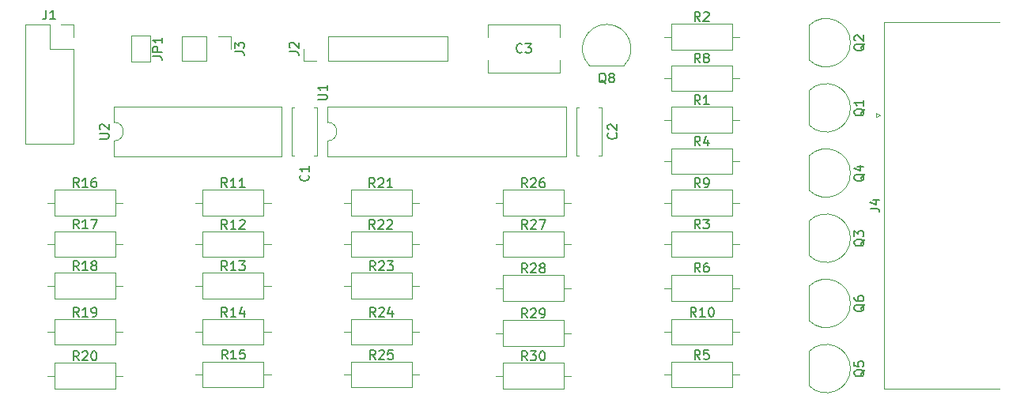
<source format=gbr>
%TF.GenerationSoftware,KiCad,Pcbnew,7.0.8*%
%TF.CreationDate,2025-04-01T12:55:52+02:00*%
%TF.ProjectId,colorswitch,636f6c6f-7273-4776-9974-63682e6b6963,rev?*%
%TF.SameCoordinates,Original*%
%TF.FileFunction,Legend,Top*%
%TF.FilePolarity,Positive*%
%FSLAX46Y46*%
G04 Gerber Fmt 4.6, Leading zero omitted, Abs format (unit mm)*
G04 Created by KiCad (PCBNEW 7.0.8) date 2025-04-01 12:55:52*
%MOMM*%
%LPD*%
G01*
G04 APERTURE LIST*
%ADD10C,0.150000*%
%ADD11C,0.120000*%
G04 APERTURE END LIST*
D10*
X185704819Y-97173333D02*
X186419104Y-97173333D01*
X186419104Y-97173333D02*
X186561961Y-97220952D01*
X186561961Y-97220952D02*
X186657200Y-97316190D01*
X186657200Y-97316190D02*
X186704819Y-97459047D01*
X186704819Y-97459047D02*
X186704819Y-97554285D01*
X186038152Y-96268571D02*
X186704819Y-96268571D01*
X185657200Y-96506666D02*
X186371485Y-96744761D01*
X186371485Y-96744761D02*
X186371485Y-96125714D01*
X148974983Y-113454019D02*
X148641650Y-112977828D01*
X148403555Y-113454019D02*
X148403555Y-112454019D01*
X148403555Y-112454019D02*
X148784507Y-112454019D01*
X148784507Y-112454019D02*
X148879745Y-112501638D01*
X148879745Y-112501638D02*
X148927364Y-112549257D01*
X148927364Y-112549257D02*
X148974983Y-112644495D01*
X148974983Y-112644495D02*
X148974983Y-112787352D01*
X148974983Y-112787352D02*
X148927364Y-112882590D01*
X148927364Y-112882590D02*
X148879745Y-112930209D01*
X148879745Y-112930209D02*
X148784507Y-112977828D01*
X148784507Y-112977828D02*
X148403555Y-112977828D01*
X149308317Y-112454019D02*
X149927364Y-112454019D01*
X149927364Y-112454019D02*
X149594031Y-112834971D01*
X149594031Y-112834971D02*
X149736888Y-112834971D01*
X149736888Y-112834971D02*
X149832126Y-112882590D01*
X149832126Y-112882590D02*
X149879745Y-112930209D01*
X149879745Y-112930209D02*
X149927364Y-113025447D01*
X149927364Y-113025447D02*
X149927364Y-113263542D01*
X149927364Y-113263542D02*
X149879745Y-113358780D01*
X149879745Y-113358780D02*
X149832126Y-113406400D01*
X149832126Y-113406400D02*
X149736888Y-113454019D01*
X149736888Y-113454019D02*
X149451174Y-113454019D01*
X149451174Y-113454019D02*
X149355936Y-113406400D01*
X149355936Y-113406400D02*
X149308317Y-113358780D01*
X150546412Y-112454019D02*
X150641650Y-112454019D01*
X150641650Y-112454019D02*
X150736888Y-112501638D01*
X150736888Y-112501638D02*
X150784507Y-112549257D01*
X150784507Y-112549257D02*
X150832126Y-112644495D01*
X150832126Y-112644495D02*
X150879745Y-112834971D01*
X150879745Y-112834971D02*
X150879745Y-113073066D01*
X150879745Y-113073066D02*
X150832126Y-113263542D01*
X150832126Y-113263542D02*
X150784507Y-113358780D01*
X150784507Y-113358780D02*
X150736888Y-113406400D01*
X150736888Y-113406400D02*
X150641650Y-113454019D01*
X150641650Y-113454019D02*
X150546412Y-113454019D01*
X150546412Y-113454019D02*
X150451174Y-113406400D01*
X150451174Y-113406400D02*
X150403555Y-113358780D01*
X150403555Y-113358780D02*
X150355936Y-113263542D01*
X150355936Y-113263542D02*
X150308317Y-113073066D01*
X150308317Y-113073066D02*
X150308317Y-112834971D01*
X150308317Y-112834971D02*
X150355936Y-112644495D01*
X150355936Y-112644495D02*
X150403555Y-112549257D01*
X150403555Y-112549257D02*
X150451174Y-112501638D01*
X150451174Y-112501638D02*
X150546412Y-112454019D01*
X132718983Y-103802019D02*
X132385650Y-103325828D01*
X132147555Y-103802019D02*
X132147555Y-102802019D01*
X132147555Y-102802019D02*
X132528507Y-102802019D01*
X132528507Y-102802019D02*
X132623745Y-102849638D01*
X132623745Y-102849638D02*
X132671364Y-102897257D01*
X132671364Y-102897257D02*
X132718983Y-102992495D01*
X132718983Y-102992495D02*
X132718983Y-103135352D01*
X132718983Y-103135352D02*
X132671364Y-103230590D01*
X132671364Y-103230590D02*
X132623745Y-103278209D01*
X132623745Y-103278209D02*
X132528507Y-103325828D01*
X132528507Y-103325828D02*
X132147555Y-103325828D01*
X133099936Y-102897257D02*
X133147555Y-102849638D01*
X133147555Y-102849638D02*
X133242793Y-102802019D01*
X133242793Y-102802019D02*
X133480888Y-102802019D01*
X133480888Y-102802019D02*
X133576126Y-102849638D01*
X133576126Y-102849638D02*
X133623745Y-102897257D01*
X133623745Y-102897257D02*
X133671364Y-102992495D01*
X133671364Y-102992495D02*
X133671364Y-103087733D01*
X133671364Y-103087733D02*
X133623745Y-103230590D01*
X133623745Y-103230590D02*
X133052317Y-103802019D01*
X133052317Y-103802019D02*
X133671364Y-103802019D01*
X134004698Y-102802019D02*
X134623745Y-102802019D01*
X134623745Y-102802019D02*
X134290412Y-103182971D01*
X134290412Y-103182971D02*
X134433269Y-103182971D01*
X134433269Y-103182971D02*
X134528507Y-103230590D01*
X134528507Y-103230590D02*
X134576126Y-103278209D01*
X134576126Y-103278209D02*
X134623745Y-103373447D01*
X134623745Y-103373447D02*
X134623745Y-103611542D01*
X134623745Y-103611542D02*
X134576126Y-103706780D01*
X134576126Y-103706780D02*
X134528507Y-103754400D01*
X134528507Y-103754400D02*
X134433269Y-103802019D01*
X134433269Y-103802019D02*
X134147555Y-103802019D01*
X134147555Y-103802019D02*
X134052317Y-103754400D01*
X134052317Y-103754400D02*
X134004698Y-103706780D01*
X123501660Y-80363333D02*
X124215945Y-80363333D01*
X124215945Y-80363333D02*
X124358802Y-80410952D01*
X124358802Y-80410952D02*
X124454041Y-80506190D01*
X124454041Y-80506190D02*
X124501660Y-80649047D01*
X124501660Y-80649047D02*
X124501660Y-80744285D01*
X123596898Y-79934761D02*
X123549279Y-79887142D01*
X123549279Y-79887142D02*
X123501660Y-79791904D01*
X123501660Y-79791904D02*
X123501660Y-79553809D01*
X123501660Y-79553809D02*
X123549279Y-79458571D01*
X123549279Y-79458571D02*
X123596898Y-79410952D01*
X123596898Y-79410952D02*
X123692136Y-79363333D01*
X123692136Y-79363333D02*
X123787374Y-79363333D01*
X123787374Y-79363333D02*
X123930231Y-79410952D01*
X123930231Y-79410952D02*
X124501660Y-79982380D01*
X124501660Y-79982380D02*
X124501660Y-79363333D01*
X117681660Y-80363333D02*
X118395945Y-80363333D01*
X118395945Y-80363333D02*
X118538802Y-80410952D01*
X118538802Y-80410952D02*
X118634041Y-80506190D01*
X118634041Y-80506190D02*
X118681660Y-80649047D01*
X118681660Y-80649047D02*
X118681660Y-80744285D01*
X117681660Y-79982380D02*
X117681660Y-79363333D01*
X117681660Y-79363333D02*
X118062612Y-79696666D01*
X118062612Y-79696666D02*
X118062612Y-79553809D01*
X118062612Y-79553809D02*
X118110231Y-79458571D01*
X118110231Y-79458571D02*
X118157850Y-79410952D01*
X118157850Y-79410952D02*
X118253088Y-79363333D01*
X118253088Y-79363333D02*
X118491183Y-79363333D01*
X118491183Y-79363333D02*
X118586421Y-79410952D01*
X118586421Y-79410952D02*
X118634041Y-79458571D01*
X118634041Y-79458571D02*
X118681660Y-79553809D01*
X118681660Y-79553809D02*
X118681660Y-79839523D01*
X118681660Y-79839523D02*
X118634041Y-79934761D01*
X118634041Y-79934761D02*
X118586421Y-79982380D01*
X167485174Y-113327019D02*
X167151841Y-112850828D01*
X166913746Y-113327019D02*
X166913746Y-112327019D01*
X166913746Y-112327019D02*
X167294698Y-112327019D01*
X167294698Y-112327019D02*
X167389936Y-112374638D01*
X167389936Y-112374638D02*
X167437555Y-112422257D01*
X167437555Y-112422257D02*
X167485174Y-112517495D01*
X167485174Y-112517495D02*
X167485174Y-112660352D01*
X167485174Y-112660352D02*
X167437555Y-112755590D01*
X167437555Y-112755590D02*
X167389936Y-112803209D01*
X167389936Y-112803209D02*
X167294698Y-112850828D01*
X167294698Y-112850828D02*
X166913746Y-112850828D01*
X168389936Y-112327019D02*
X167913746Y-112327019D01*
X167913746Y-112327019D02*
X167866127Y-112803209D01*
X167866127Y-112803209D02*
X167913746Y-112755590D01*
X167913746Y-112755590D02*
X168008984Y-112707971D01*
X168008984Y-112707971D02*
X168247079Y-112707971D01*
X168247079Y-112707971D02*
X168342317Y-112755590D01*
X168342317Y-112755590D02*
X168389936Y-112803209D01*
X168389936Y-112803209D02*
X168437555Y-112898447D01*
X168437555Y-112898447D02*
X168437555Y-113136542D01*
X168437555Y-113136542D02*
X168389936Y-113231780D01*
X168389936Y-113231780D02*
X168342317Y-113279400D01*
X168342317Y-113279400D02*
X168247079Y-113327019D01*
X168247079Y-113327019D02*
X168008984Y-113327019D01*
X168008984Y-113327019D02*
X167913746Y-113279400D01*
X167913746Y-113279400D02*
X167866127Y-113231780D01*
X116843983Y-103802019D02*
X116510650Y-103325828D01*
X116272555Y-103802019D02*
X116272555Y-102802019D01*
X116272555Y-102802019D02*
X116653507Y-102802019D01*
X116653507Y-102802019D02*
X116748745Y-102849638D01*
X116748745Y-102849638D02*
X116796364Y-102897257D01*
X116796364Y-102897257D02*
X116843983Y-102992495D01*
X116843983Y-102992495D02*
X116843983Y-103135352D01*
X116843983Y-103135352D02*
X116796364Y-103230590D01*
X116796364Y-103230590D02*
X116748745Y-103278209D01*
X116748745Y-103278209D02*
X116653507Y-103325828D01*
X116653507Y-103325828D02*
X116272555Y-103325828D01*
X117796364Y-103802019D02*
X117224936Y-103802019D01*
X117510650Y-103802019D02*
X117510650Y-102802019D01*
X117510650Y-102802019D02*
X117415412Y-102944876D01*
X117415412Y-102944876D02*
X117320174Y-103040114D01*
X117320174Y-103040114D02*
X117224936Y-103087733D01*
X118129698Y-102802019D02*
X118748745Y-102802019D01*
X118748745Y-102802019D02*
X118415412Y-103182971D01*
X118415412Y-103182971D02*
X118558269Y-103182971D01*
X118558269Y-103182971D02*
X118653507Y-103230590D01*
X118653507Y-103230590D02*
X118701126Y-103278209D01*
X118701126Y-103278209D02*
X118748745Y-103373447D01*
X118748745Y-103373447D02*
X118748745Y-103611542D01*
X118748745Y-103611542D02*
X118701126Y-103706780D01*
X118701126Y-103706780D02*
X118653507Y-103754400D01*
X118653507Y-103754400D02*
X118558269Y-103802019D01*
X118558269Y-103802019D02*
X118272555Y-103802019D01*
X118272555Y-103802019D02*
X118177317Y-103754400D01*
X118177317Y-103754400D02*
X118129698Y-103706780D01*
X116869383Y-113301619D02*
X116536050Y-112825428D01*
X116297955Y-113301619D02*
X116297955Y-112301619D01*
X116297955Y-112301619D02*
X116678907Y-112301619D01*
X116678907Y-112301619D02*
X116774145Y-112349238D01*
X116774145Y-112349238D02*
X116821764Y-112396857D01*
X116821764Y-112396857D02*
X116869383Y-112492095D01*
X116869383Y-112492095D02*
X116869383Y-112634952D01*
X116869383Y-112634952D02*
X116821764Y-112730190D01*
X116821764Y-112730190D02*
X116774145Y-112777809D01*
X116774145Y-112777809D02*
X116678907Y-112825428D01*
X116678907Y-112825428D02*
X116297955Y-112825428D01*
X117821764Y-113301619D02*
X117250336Y-113301619D01*
X117536050Y-113301619D02*
X117536050Y-112301619D01*
X117536050Y-112301619D02*
X117440812Y-112444476D01*
X117440812Y-112444476D02*
X117345574Y-112539714D01*
X117345574Y-112539714D02*
X117250336Y-112587333D01*
X118726526Y-112301619D02*
X118250336Y-112301619D01*
X118250336Y-112301619D02*
X118202717Y-112777809D01*
X118202717Y-112777809D02*
X118250336Y-112730190D01*
X118250336Y-112730190D02*
X118345574Y-112682571D01*
X118345574Y-112682571D02*
X118583669Y-112682571D01*
X118583669Y-112682571D02*
X118678907Y-112730190D01*
X118678907Y-112730190D02*
X118726526Y-112777809D01*
X118726526Y-112777809D02*
X118774145Y-112873047D01*
X118774145Y-112873047D02*
X118774145Y-113111142D01*
X118774145Y-113111142D02*
X118726526Y-113206380D01*
X118726526Y-113206380D02*
X118678907Y-113254000D01*
X118678907Y-113254000D02*
X118583669Y-113301619D01*
X118583669Y-113301619D02*
X118345574Y-113301619D01*
X118345574Y-113301619D02*
X118250336Y-113254000D01*
X118250336Y-113254000D02*
X118202717Y-113206380D01*
X97463507Y-75889819D02*
X97463507Y-76604104D01*
X97463507Y-76604104D02*
X97415888Y-76746961D01*
X97415888Y-76746961D02*
X97320650Y-76842200D01*
X97320650Y-76842200D02*
X97177793Y-76889819D01*
X97177793Y-76889819D02*
X97082555Y-76889819D01*
X98463507Y-76889819D02*
X97892079Y-76889819D01*
X98177793Y-76889819D02*
X98177793Y-75889819D01*
X98177793Y-75889819D02*
X98082555Y-76032676D01*
X98082555Y-76032676D02*
X97987317Y-76127914D01*
X97987317Y-76127914D02*
X97892079Y-76175533D01*
X103181660Y-89681904D02*
X103991183Y-89681904D01*
X103991183Y-89681904D02*
X104086421Y-89634285D01*
X104086421Y-89634285D02*
X104134041Y-89586666D01*
X104134041Y-89586666D02*
X104181660Y-89491428D01*
X104181660Y-89491428D02*
X104181660Y-89300952D01*
X104181660Y-89300952D02*
X104134041Y-89205714D01*
X104134041Y-89205714D02*
X104086421Y-89158095D01*
X104086421Y-89158095D02*
X103991183Y-89110476D01*
X103991183Y-89110476D02*
X103181660Y-89110476D01*
X103276898Y-88681904D02*
X103229279Y-88634285D01*
X103229279Y-88634285D02*
X103181660Y-88539047D01*
X103181660Y-88539047D02*
X103181660Y-88300952D01*
X103181660Y-88300952D02*
X103229279Y-88205714D01*
X103229279Y-88205714D02*
X103276898Y-88158095D01*
X103276898Y-88158095D02*
X103372136Y-88110476D01*
X103372136Y-88110476D02*
X103467374Y-88110476D01*
X103467374Y-88110476D02*
X103610231Y-88158095D01*
X103610231Y-88158095D02*
X104181660Y-88729523D01*
X104181660Y-88729523D02*
X104181660Y-88110476D01*
X148435174Y-80389580D02*
X148387555Y-80437200D01*
X148387555Y-80437200D02*
X148244698Y-80484819D01*
X148244698Y-80484819D02*
X148149460Y-80484819D01*
X148149460Y-80484819D02*
X148006603Y-80437200D01*
X148006603Y-80437200D02*
X147911365Y-80341961D01*
X147911365Y-80341961D02*
X147863746Y-80246723D01*
X147863746Y-80246723D02*
X147816127Y-80056247D01*
X147816127Y-80056247D02*
X147816127Y-79913390D01*
X147816127Y-79913390D02*
X147863746Y-79722914D01*
X147863746Y-79722914D02*
X147911365Y-79627676D01*
X147911365Y-79627676D02*
X148006603Y-79532438D01*
X148006603Y-79532438D02*
X148149460Y-79484819D01*
X148149460Y-79484819D02*
X148244698Y-79484819D01*
X148244698Y-79484819D02*
X148387555Y-79532438D01*
X148387555Y-79532438D02*
X148435174Y-79580057D01*
X148768508Y-79484819D02*
X149387555Y-79484819D01*
X149387555Y-79484819D02*
X149054222Y-79865771D01*
X149054222Y-79865771D02*
X149197079Y-79865771D01*
X149197079Y-79865771D02*
X149292317Y-79913390D01*
X149292317Y-79913390D02*
X149339936Y-79961009D01*
X149339936Y-79961009D02*
X149387555Y-80056247D01*
X149387555Y-80056247D02*
X149387555Y-80294342D01*
X149387555Y-80294342D02*
X149339936Y-80389580D01*
X149339936Y-80389580D02*
X149292317Y-80437200D01*
X149292317Y-80437200D02*
X149197079Y-80484819D01*
X149197079Y-80484819D02*
X148911365Y-80484819D01*
X148911365Y-80484819D02*
X148816127Y-80437200D01*
X148816127Y-80437200D02*
X148768508Y-80389580D01*
X116843983Y-94886619D02*
X116510650Y-94410428D01*
X116272555Y-94886619D02*
X116272555Y-93886619D01*
X116272555Y-93886619D02*
X116653507Y-93886619D01*
X116653507Y-93886619D02*
X116748745Y-93934238D01*
X116748745Y-93934238D02*
X116796364Y-93981857D01*
X116796364Y-93981857D02*
X116843983Y-94077095D01*
X116843983Y-94077095D02*
X116843983Y-94219952D01*
X116843983Y-94219952D02*
X116796364Y-94315190D01*
X116796364Y-94315190D02*
X116748745Y-94362809D01*
X116748745Y-94362809D02*
X116653507Y-94410428D01*
X116653507Y-94410428D02*
X116272555Y-94410428D01*
X117796364Y-94886619D02*
X117224936Y-94886619D01*
X117510650Y-94886619D02*
X117510650Y-93886619D01*
X117510650Y-93886619D02*
X117415412Y-94029476D01*
X117415412Y-94029476D02*
X117320174Y-94124714D01*
X117320174Y-94124714D02*
X117224936Y-94172333D01*
X118748745Y-94886619D02*
X118177317Y-94886619D01*
X118463031Y-94886619D02*
X118463031Y-93886619D01*
X118463031Y-93886619D02*
X118367793Y-94029476D01*
X118367793Y-94029476D02*
X118272555Y-94124714D01*
X118272555Y-94124714D02*
X118177317Y-94172333D01*
X100968983Y-99331619D02*
X100635650Y-98855428D01*
X100397555Y-99331619D02*
X100397555Y-98331619D01*
X100397555Y-98331619D02*
X100778507Y-98331619D01*
X100778507Y-98331619D02*
X100873745Y-98379238D01*
X100873745Y-98379238D02*
X100921364Y-98426857D01*
X100921364Y-98426857D02*
X100968983Y-98522095D01*
X100968983Y-98522095D02*
X100968983Y-98664952D01*
X100968983Y-98664952D02*
X100921364Y-98760190D01*
X100921364Y-98760190D02*
X100873745Y-98807809D01*
X100873745Y-98807809D02*
X100778507Y-98855428D01*
X100778507Y-98855428D02*
X100397555Y-98855428D01*
X101921364Y-99331619D02*
X101349936Y-99331619D01*
X101635650Y-99331619D02*
X101635650Y-98331619D01*
X101635650Y-98331619D02*
X101540412Y-98474476D01*
X101540412Y-98474476D02*
X101445174Y-98569714D01*
X101445174Y-98569714D02*
X101349936Y-98617333D01*
X102254698Y-98331619D02*
X102921364Y-98331619D01*
X102921364Y-98331619D02*
X102492793Y-99331619D01*
X157396602Y-83755057D02*
X157301364Y-83707438D01*
X157301364Y-83707438D02*
X157206126Y-83612200D01*
X157206126Y-83612200D02*
X157063269Y-83469342D01*
X157063269Y-83469342D02*
X156968031Y-83421723D01*
X156968031Y-83421723D02*
X156872793Y-83421723D01*
X156920412Y-83659819D02*
X156825174Y-83612200D01*
X156825174Y-83612200D02*
X156729936Y-83516961D01*
X156729936Y-83516961D02*
X156682317Y-83326485D01*
X156682317Y-83326485D02*
X156682317Y-82993152D01*
X156682317Y-82993152D02*
X156729936Y-82802676D01*
X156729936Y-82802676D02*
X156825174Y-82707438D01*
X156825174Y-82707438D02*
X156920412Y-82659819D01*
X156920412Y-82659819D02*
X157110888Y-82659819D01*
X157110888Y-82659819D02*
X157206126Y-82707438D01*
X157206126Y-82707438D02*
X157301364Y-82802676D01*
X157301364Y-82802676D02*
X157348983Y-82993152D01*
X157348983Y-82993152D02*
X157348983Y-83326485D01*
X157348983Y-83326485D02*
X157301364Y-83516961D01*
X157301364Y-83516961D02*
X157206126Y-83612200D01*
X157206126Y-83612200D02*
X157110888Y-83659819D01*
X157110888Y-83659819D02*
X156920412Y-83659819D01*
X157920412Y-83088390D02*
X157825174Y-83040771D01*
X157825174Y-83040771D02*
X157777555Y-82993152D01*
X157777555Y-82993152D02*
X157729936Y-82897914D01*
X157729936Y-82897914D02*
X157729936Y-82850295D01*
X157729936Y-82850295D02*
X157777555Y-82755057D01*
X157777555Y-82755057D02*
X157825174Y-82707438D01*
X157825174Y-82707438D02*
X157920412Y-82659819D01*
X157920412Y-82659819D02*
X158110888Y-82659819D01*
X158110888Y-82659819D02*
X158206126Y-82707438D01*
X158206126Y-82707438D02*
X158253745Y-82755057D01*
X158253745Y-82755057D02*
X158301364Y-82850295D01*
X158301364Y-82850295D02*
X158301364Y-82897914D01*
X158301364Y-82897914D02*
X158253745Y-82993152D01*
X158253745Y-82993152D02*
X158206126Y-83040771D01*
X158206126Y-83040771D02*
X158110888Y-83088390D01*
X158110888Y-83088390D02*
X157920412Y-83088390D01*
X157920412Y-83088390D02*
X157825174Y-83136009D01*
X157825174Y-83136009D02*
X157777555Y-83183628D01*
X157777555Y-83183628D02*
X157729936Y-83278866D01*
X157729936Y-83278866D02*
X157729936Y-83469342D01*
X157729936Y-83469342D02*
X157777555Y-83564580D01*
X157777555Y-83564580D02*
X157825174Y-83612200D01*
X157825174Y-83612200D02*
X157920412Y-83659819D01*
X157920412Y-83659819D02*
X158110888Y-83659819D01*
X158110888Y-83659819D02*
X158206126Y-83612200D01*
X158206126Y-83612200D02*
X158253745Y-83564580D01*
X158253745Y-83564580D02*
X158301364Y-83469342D01*
X158301364Y-83469342D02*
X158301364Y-83278866D01*
X158301364Y-83278866D02*
X158253745Y-83183628D01*
X158253745Y-83183628D02*
X158206126Y-83136009D01*
X158206126Y-83136009D02*
X158110888Y-83088390D01*
X148974983Y-94912019D02*
X148641650Y-94435828D01*
X148403555Y-94912019D02*
X148403555Y-93912019D01*
X148403555Y-93912019D02*
X148784507Y-93912019D01*
X148784507Y-93912019D02*
X148879745Y-93959638D01*
X148879745Y-93959638D02*
X148927364Y-94007257D01*
X148927364Y-94007257D02*
X148974983Y-94102495D01*
X148974983Y-94102495D02*
X148974983Y-94245352D01*
X148974983Y-94245352D02*
X148927364Y-94340590D01*
X148927364Y-94340590D02*
X148879745Y-94388209D01*
X148879745Y-94388209D02*
X148784507Y-94435828D01*
X148784507Y-94435828D02*
X148403555Y-94435828D01*
X149355936Y-94007257D02*
X149403555Y-93959638D01*
X149403555Y-93959638D02*
X149498793Y-93912019D01*
X149498793Y-93912019D02*
X149736888Y-93912019D01*
X149736888Y-93912019D02*
X149832126Y-93959638D01*
X149832126Y-93959638D02*
X149879745Y-94007257D01*
X149879745Y-94007257D02*
X149927364Y-94102495D01*
X149927364Y-94102495D02*
X149927364Y-94197733D01*
X149927364Y-94197733D02*
X149879745Y-94340590D01*
X149879745Y-94340590D02*
X149308317Y-94912019D01*
X149308317Y-94912019D02*
X149927364Y-94912019D01*
X150784507Y-93912019D02*
X150594031Y-93912019D01*
X150594031Y-93912019D02*
X150498793Y-93959638D01*
X150498793Y-93959638D02*
X150451174Y-94007257D01*
X150451174Y-94007257D02*
X150355936Y-94150114D01*
X150355936Y-94150114D02*
X150308317Y-94340590D01*
X150308317Y-94340590D02*
X150308317Y-94721542D01*
X150308317Y-94721542D02*
X150355936Y-94816780D01*
X150355936Y-94816780D02*
X150403555Y-94864400D01*
X150403555Y-94864400D02*
X150498793Y-94912019D01*
X150498793Y-94912019D02*
X150689269Y-94912019D01*
X150689269Y-94912019D02*
X150784507Y-94864400D01*
X150784507Y-94864400D02*
X150832126Y-94816780D01*
X150832126Y-94816780D02*
X150879745Y-94721542D01*
X150879745Y-94721542D02*
X150879745Y-94483447D01*
X150879745Y-94483447D02*
X150832126Y-94388209D01*
X150832126Y-94388209D02*
X150784507Y-94340590D01*
X150784507Y-94340590D02*
X150689269Y-94292971D01*
X150689269Y-94292971D02*
X150498793Y-94292971D01*
X150498793Y-94292971D02*
X150403555Y-94340590D01*
X150403555Y-94340590D02*
X150355936Y-94388209D01*
X150355936Y-94388209D02*
X150308317Y-94483447D01*
X148974983Y-99357019D02*
X148641650Y-98880828D01*
X148403555Y-99357019D02*
X148403555Y-98357019D01*
X148403555Y-98357019D02*
X148784507Y-98357019D01*
X148784507Y-98357019D02*
X148879745Y-98404638D01*
X148879745Y-98404638D02*
X148927364Y-98452257D01*
X148927364Y-98452257D02*
X148974983Y-98547495D01*
X148974983Y-98547495D02*
X148974983Y-98690352D01*
X148974983Y-98690352D02*
X148927364Y-98785590D01*
X148927364Y-98785590D02*
X148879745Y-98833209D01*
X148879745Y-98833209D02*
X148784507Y-98880828D01*
X148784507Y-98880828D02*
X148403555Y-98880828D01*
X149355936Y-98452257D02*
X149403555Y-98404638D01*
X149403555Y-98404638D02*
X149498793Y-98357019D01*
X149498793Y-98357019D02*
X149736888Y-98357019D01*
X149736888Y-98357019D02*
X149832126Y-98404638D01*
X149832126Y-98404638D02*
X149879745Y-98452257D01*
X149879745Y-98452257D02*
X149927364Y-98547495D01*
X149927364Y-98547495D02*
X149927364Y-98642733D01*
X149927364Y-98642733D02*
X149879745Y-98785590D01*
X149879745Y-98785590D02*
X149308317Y-99357019D01*
X149308317Y-99357019D02*
X149927364Y-99357019D01*
X150260698Y-98357019D02*
X150927364Y-98357019D01*
X150927364Y-98357019D02*
X150498793Y-99357019D01*
X185096898Y-100445238D02*
X185049279Y-100540476D01*
X185049279Y-100540476D02*
X184954041Y-100635714D01*
X184954041Y-100635714D02*
X184811183Y-100778571D01*
X184811183Y-100778571D02*
X184763564Y-100873809D01*
X184763564Y-100873809D02*
X184763564Y-100969047D01*
X185001660Y-100921428D02*
X184954041Y-101016666D01*
X184954041Y-101016666D02*
X184858802Y-101111904D01*
X184858802Y-101111904D02*
X184668326Y-101159523D01*
X184668326Y-101159523D02*
X184334993Y-101159523D01*
X184334993Y-101159523D02*
X184144517Y-101111904D01*
X184144517Y-101111904D02*
X184049279Y-101016666D01*
X184049279Y-101016666D02*
X184001660Y-100921428D01*
X184001660Y-100921428D02*
X184001660Y-100730952D01*
X184001660Y-100730952D02*
X184049279Y-100635714D01*
X184049279Y-100635714D02*
X184144517Y-100540476D01*
X184144517Y-100540476D02*
X184334993Y-100492857D01*
X184334993Y-100492857D02*
X184668326Y-100492857D01*
X184668326Y-100492857D02*
X184858802Y-100540476D01*
X184858802Y-100540476D02*
X184954041Y-100635714D01*
X184954041Y-100635714D02*
X185001660Y-100730952D01*
X185001660Y-100730952D02*
X185001660Y-100921428D01*
X184001660Y-100159523D02*
X184001660Y-99540476D01*
X184001660Y-99540476D02*
X184382612Y-99873809D01*
X184382612Y-99873809D02*
X184382612Y-99730952D01*
X184382612Y-99730952D02*
X184430231Y-99635714D01*
X184430231Y-99635714D02*
X184477850Y-99588095D01*
X184477850Y-99588095D02*
X184573088Y-99540476D01*
X184573088Y-99540476D02*
X184811183Y-99540476D01*
X184811183Y-99540476D02*
X184906421Y-99588095D01*
X184906421Y-99588095D02*
X184954041Y-99635714D01*
X184954041Y-99635714D02*
X185001660Y-99730952D01*
X185001660Y-99730952D02*
X185001660Y-100016666D01*
X185001660Y-100016666D02*
X184954041Y-100111904D01*
X184954041Y-100111904D02*
X184906421Y-100159523D01*
X100968983Y-108755019D02*
X100635650Y-108278828D01*
X100397555Y-108755019D02*
X100397555Y-107755019D01*
X100397555Y-107755019D02*
X100778507Y-107755019D01*
X100778507Y-107755019D02*
X100873745Y-107802638D01*
X100873745Y-107802638D02*
X100921364Y-107850257D01*
X100921364Y-107850257D02*
X100968983Y-107945495D01*
X100968983Y-107945495D02*
X100968983Y-108088352D01*
X100968983Y-108088352D02*
X100921364Y-108183590D01*
X100921364Y-108183590D02*
X100873745Y-108231209D01*
X100873745Y-108231209D02*
X100778507Y-108278828D01*
X100778507Y-108278828D02*
X100397555Y-108278828D01*
X101921364Y-108755019D02*
X101349936Y-108755019D01*
X101635650Y-108755019D02*
X101635650Y-107755019D01*
X101635650Y-107755019D02*
X101540412Y-107897876D01*
X101540412Y-107897876D02*
X101445174Y-107993114D01*
X101445174Y-107993114D02*
X101349936Y-108040733D01*
X102397555Y-108755019D02*
X102588031Y-108755019D01*
X102588031Y-108755019D02*
X102683269Y-108707400D01*
X102683269Y-108707400D02*
X102730888Y-108659780D01*
X102730888Y-108659780D02*
X102826126Y-108516923D01*
X102826126Y-108516923D02*
X102873745Y-108326447D01*
X102873745Y-108326447D02*
X102873745Y-107945495D01*
X102873745Y-107945495D02*
X102826126Y-107850257D01*
X102826126Y-107850257D02*
X102778507Y-107802638D01*
X102778507Y-107802638D02*
X102683269Y-107755019D01*
X102683269Y-107755019D02*
X102492793Y-107755019D01*
X102492793Y-107755019D02*
X102397555Y-107802638D01*
X102397555Y-107802638D02*
X102349936Y-107850257D01*
X102349936Y-107850257D02*
X102302317Y-107945495D01*
X102302317Y-107945495D02*
X102302317Y-108183590D01*
X102302317Y-108183590D02*
X102349936Y-108278828D01*
X102349936Y-108278828D02*
X102397555Y-108326447D01*
X102397555Y-108326447D02*
X102492793Y-108374066D01*
X102492793Y-108374066D02*
X102683269Y-108374066D01*
X102683269Y-108374066D02*
X102778507Y-108326447D01*
X102778507Y-108326447D02*
X102826126Y-108278828D01*
X102826126Y-108278828D02*
X102873745Y-108183590D01*
X185096898Y-79490238D02*
X185049279Y-79585476D01*
X185049279Y-79585476D02*
X184954041Y-79680714D01*
X184954041Y-79680714D02*
X184811183Y-79823571D01*
X184811183Y-79823571D02*
X184763564Y-79918809D01*
X184763564Y-79918809D02*
X184763564Y-80014047D01*
X185001660Y-79966428D02*
X184954041Y-80061666D01*
X184954041Y-80061666D02*
X184858802Y-80156904D01*
X184858802Y-80156904D02*
X184668326Y-80204523D01*
X184668326Y-80204523D02*
X184334993Y-80204523D01*
X184334993Y-80204523D02*
X184144517Y-80156904D01*
X184144517Y-80156904D02*
X184049279Y-80061666D01*
X184049279Y-80061666D02*
X184001660Y-79966428D01*
X184001660Y-79966428D02*
X184001660Y-79775952D01*
X184001660Y-79775952D02*
X184049279Y-79680714D01*
X184049279Y-79680714D02*
X184144517Y-79585476D01*
X184144517Y-79585476D02*
X184334993Y-79537857D01*
X184334993Y-79537857D02*
X184668326Y-79537857D01*
X184668326Y-79537857D02*
X184858802Y-79585476D01*
X184858802Y-79585476D02*
X184954041Y-79680714D01*
X184954041Y-79680714D02*
X185001660Y-79775952D01*
X185001660Y-79775952D02*
X185001660Y-79966428D01*
X184096898Y-79156904D02*
X184049279Y-79109285D01*
X184049279Y-79109285D02*
X184001660Y-79014047D01*
X184001660Y-79014047D02*
X184001660Y-78775952D01*
X184001660Y-78775952D02*
X184049279Y-78680714D01*
X184049279Y-78680714D02*
X184096898Y-78633095D01*
X184096898Y-78633095D02*
X184192136Y-78585476D01*
X184192136Y-78585476D02*
X184287374Y-78585476D01*
X184287374Y-78585476D02*
X184430231Y-78633095D01*
X184430231Y-78633095D02*
X185001660Y-79204523D01*
X185001660Y-79204523D02*
X185001660Y-78585476D01*
X148974983Y-108882019D02*
X148641650Y-108405828D01*
X148403555Y-108882019D02*
X148403555Y-107882019D01*
X148403555Y-107882019D02*
X148784507Y-107882019D01*
X148784507Y-107882019D02*
X148879745Y-107929638D01*
X148879745Y-107929638D02*
X148927364Y-107977257D01*
X148927364Y-107977257D02*
X148974983Y-108072495D01*
X148974983Y-108072495D02*
X148974983Y-108215352D01*
X148974983Y-108215352D02*
X148927364Y-108310590D01*
X148927364Y-108310590D02*
X148879745Y-108358209D01*
X148879745Y-108358209D02*
X148784507Y-108405828D01*
X148784507Y-108405828D02*
X148403555Y-108405828D01*
X149355936Y-107977257D02*
X149403555Y-107929638D01*
X149403555Y-107929638D02*
X149498793Y-107882019D01*
X149498793Y-107882019D02*
X149736888Y-107882019D01*
X149736888Y-107882019D02*
X149832126Y-107929638D01*
X149832126Y-107929638D02*
X149879745Y-107977257D01*
X149879745Y-107977257D02*
X149927364Y-108072495D01*
X149927364Y-108072495D02*
X149927364Y-108167733D01*
X149927364Y-108167733D02*
X149879745Y-108310590D01*
X149879745Y-108310590D02*
X149308317Y-108882019D01*
X149308317Y-108882019D02*
X149927364Y-108882019D01*
X150403555Y-108882019D02*
X150594031Y-108882019D01*
X150594031Y-108882019D02*
X150689269Y-108834400D01*
X150689269Y-108834400D02*
X150736888Y-108786780D01*
X150736888Y-108786780D02*
X150832126Y-108643923D01*
X150832126Y-108643923D02*
X150879745Y-108453447D01*
X150879745Y-108453447D02*
X150879745Y-108072495D01*
X150879745Y-108072495D02*
X150832126Y-107977257D01*
X150832126Y-107977257D02*
X150784507Y-107929638D01*
X150784507Y-107929638D02*
X150689269Y-107882019D01*
X150689269Y-107882019D02*
X150498793Y-107882019D01*
X150498793Y-107882019D02*
X150403555Y-107929638D01*
X150403555Y-107929638D02*
X150355936Y-107977257D01*
X150355936Y-107977257D02*
X150308317Y-108072495D01*
X150308317Y-108072495D02*
X150308317Y-108310590D01*
X150308317Y-108310590D02*
X150355936Y-108405828D01*
X150355936Y-108405828D02*
X150403555Y-108453447D01*
X150403555Y-108453447D02*
X150498793Y-108501066D01*
X150498793Y-108501066D02*
X150689269Y-108501066D01*
X150689269Y-108501066D02*
X150784507Y-108453447D01*
X150784507Y-108453447D02*
X150832126Y-108405828D01*
X150832126Y-108405828D02*
X150879745Y-108310590D01*
X167485174Y-90441619D02*
X167151841Y-89965428D01*
X166913746Y-90441619D02*
X166913746Y-89441619D01*
X166913746Y-89441619D02*
X167294698Y-89441619D01*
X167294698Y-89441619D02*
X167389936Y-89489238D01*
X167389936Y-89489238D02*
X167437555Y-89536857D01*
X167437555Y-89536857D02*
X167485174Y-89632095D01*
X167485174Y-89632095D02*
X167485174Y-89774952D01*
X167485174Y-89774952D02*
X167437555Y-89870190D01*
X167437555Y-89870190D02*
X167389936Y-89917809D01*
X167389936Y-89917809D02*
X167294698Y-89965428D01*
X167294698Y-89965428D02*
X166913746Y-89965428D01*
X168342317Y-89774952D02*
X168342317Y-90441619D01*
X168104222Y-89394000D02*
X167866127Y-90108285D01*
X167866127Y-90108285D02*
X168485174Y-90108285D01*
X116843983Y-108755019D02*
X116510650Y-108278828D01*
X116272555Y-108755019D02*
X116272555Y-107755019D01*
X116272555Y-107755019D02*
X116653507Y-107755019D01*
X116653507Y-107755019D02*
X116748745Y-107802638D01*
X116748745Y-107802638D02*
X116796364Y-107850257D01*
X116796364Y-107850257D02*
X116843983Y-107945495D01*
X116843983Y-107945495D02*
X116843983Y-108088352D01*
X116843983Y-108088352D02*
X116796364Y-108183590D01*
X116796364Y-108183590D02*
X116748745Y-108231209D01*
X116748745Y-108231209D02*
X116653507Y-108278828D01*
X116653507Y-108278828D02*
X116272555Y-108278828D01*
X117796364Y-108755019D02*
X117224936Y-108755019D01*
X117510650Y-108755019D02*
X117510650Y-107755019D01*
X117510650Y-107755019D02*
X117415412Y-107897876D01*
X117415412Y-107897876D02*
X117320174Y-107993114D01*
X117320174Y-107993114D02*
X117224936Y-108040733D01*
X118653507Y-108088352D02*
X118653507Y-108755019D01*
X118415412Y-107707400D02*
X118177317Y-108421685D01*
X118177317Y-108421685D02*
X118796364Y-108421685D01*
X100968983Y-103802019D02*
X100635650Y-103325828D01*
X100397555Y-103802019D02*
X100397555Y-102802019D01*
X100397555Y-102802019D02*
X100778507Y-102802019D01*
X100778507Y-102802019D02*
X100873745Y-102849638D01*
X100873745Y-102849638D02*
X100921364Y-102897257D01*
X100921364Y-102897257D02*
X100968983Y-102992495D01*
X100968983Y-102992495D02*
X100968983Y-103135352D01*
X100968983Y-103135352D02*
X100921364Y-103230590D01*
X100921364Y-103230590D02*
X100873745Y-103278209D01*
X100873745Y-103278209D02*
X100778507Y-103325828D01*
X100778507Y-103325828D02*
X100397555Y-103325828D01*
X101921364Y-103802019D02*
X101349936Y-103802019D01*
X101635650Y-103802019D02*
X101635650Y-102802019D01*
X101635650Y-102802019D02*
X101540412Y-102944876D01*
X101540412Y-102944876D02*
X101445174Y-103040114D01*
X101445174Y-103040114D02*
X101349936Y-103087733D01*
X102492793Y-103230590D02*
X102397555Y-103182971D01*
X102397555Y-103182971D02*
X102349936Y-103135352D01*
X102349936Y-103135352D02*
X102302317Y-103040114D01*
X102302317Y-103040114D02*
X102302317Y-102992495D01*
X102302317Y-102992495D02*
X102349936Y-102897257D01*
X102349936Y-102897257D02*
X102397555Y-102849638D01*
X102397555Y-102849638D02*
X102492793Y-102802019D01*
X102492793Y-102802019D02*
X102683269Y-102802019D01*
X102683269Y-102802019D02*
X102778507Y-102849638D01*
X102778507Y-102849638D02*
X102826126Y-102897257D01*
X102826126Y-102897257D02*
X102873745Y-102992495D01*
X102873745Y-102992495D02*
X102873745Y-103040114D01*
X102873745Y-103040114D02*
X102826126Y-103135352D01*
X102826126Y-103135352D02*
X102778507Y-103182971D01*
X102778507Y-103182971D02*
X102683269Y-103230590D01*
X102683269Y-103230590D02*
X102492793Y-103230590D01*
X102492793Y-103230590D02*
X102397555Y-103278209D01*
X102397555Y-103278209D02*
X102349936Y-103325828D01*
X102349936Y-103325828D02*
X102302317Y-103421066D01*
X102302317Y-103421066D02*
X102302317Y-103611542D01*
X102302317Y-103611542D02*
X102349936Y-103706780D01*
X102349936Y-103706780D02*
X102397555Y-103754400D01*
X102397555Y-103754400D02*
X102492793Y-103802019D01*
X102492793Y-103802019D02*
X102683269Y-103802019D01*
X102683269Y-103802019D02*
X102778507Y-103754400D01*
X102778507Y-103754400D02*
X102826126Y-103706780D01*
X102826126Y-103706780D02*
X102873745Y-103611542D01*
X102873745Y-103611542D02*
X102873745Y-103421066D01*
X102873745Y-103421066D02*
X102826126Y-103325828D01*
X102826126Y-103325828D02*
X102778507Y-103278209D01*
X102778507Y-103278209D02*
X102683269Y-103230590D01*
X108876660Y-80848333D02*
X109590945Y-80848333D01*
X109590945Y-80848333D02*
X109733802Y-80895952D01*
X109733802Y-80895952D02*
X109829041Y-80991190D01*
X109829041Y-80991190D02*
X109876660Y-81134047D01*
X109876660Y-81134047D02*
X109876660Y-81229285D01*
X109876660Y-80372142D02*
X108876660Y-80372142D01*
X108876660Y-80372142D02*
X108876660Y-79991190D01*
X108876660Y-79991190D02*
X108924279Y-79895952D01*
X108924279Y-79895952D02*
X108971898Y-79848333D01*
X108971898Y-79848333D02*
X109067136Y-79800714D01*
X109067136Y-79800714D02*
X109209993Y-79800714D01*
X109209993Y-79800714D02*
X109305231Y-79848333D01*
X109305231Y-79848333D02*
X109352850Y-79895952D01*
X109352850Y-79895952D02*
X109400469Y-79991190D01*
X109400469Y-79991190D02*
X109400469Y-80372142D01*
X109876660Y-78848333D02*
X109876660Y-79419761D01*
X109876660Y-79134047D02*
X108876660Y-79134047D01*
X108876660Y-79134047D02*
X109019517Y-79229285D01*
X109019517Y-79229285D02*
X109114755Y-79324523D01*
X109114755Y-79324523D02*
X109162374Y-79419761D01*
X185096898Y-107430238D02*
X185049279Y-107525476D01*
X185049279Y-107525476D02*
X184954041Y-107620714D01*
X184954041Y-107620714D02*
X184811183Y-107763571D01*
X184811183Y-107763571D02*
X184763564Y-107858809D01*
X184763564Y-107858809D02*
X184763564Y-107954047D01*
X185001660Y-107906428D02*
X184954041Y-108001666D01*
X184954041Y-108001666D02*
X184858802Y-108096904D01*
X184858802Y-108096904D02*
X184668326Y-108144523D01*
X184668326Y-108144523D02*
X184334993Y-108144523D01*
X184334993Y-108144523D02*
X184144517Y-108096904D01*
X184144517Y-108096904D02*
X184049279Y-108001666D01*
X184049279Y-108001666D02*
X184001660Y-107906428D01*
X184001660Y-107906428D02*
X184001660Y-107715952D01*
X184001660Y-107715952D02*
X184049279Y-107620714D01*
X184049279Y-107620714D02*
X184144517Y-107525476D01*
X184144517Y-107525476D02*
X184334993Y-107477857D01*
X184334993Y-107477857D02*
X184668326Y-107477857D01*
X184668326Y-107477857D02*
X184858802Y-107525476D01*
X184858802Y-107525476D02*
X184954041Y-107620714D01*
X184954041Y-107620714D02*
X185001660Y-107715952D01*
X185001660Y-107715952D02*
X185001660Y-107906428D01*
X184001660Y-106620714D02*
X184001660Y-106811190D01*
X184001660Y-106811190D02*
X184049279Y-106906428D01*
X184049279Y-106906428D02*
X184096898Y-106954047D01*
X184096898Y-106954047D02*
X184239755Y-107049285D01*
X184239755Y-107049285D02*
X184430231Y-107096904D01*
X184430231Y-107096904D02*
X184811183Y-107096904D01*
X184811183Y-107096904D02*
X184906421Y-107049285D01*
X184906421Y-107049285D02*
X184954041Y-107001666D01*
X184954041Y-107001666D02*
X185001660Y-106906428D01*
X185001660Y-106906428D02*
X185001660Y-106715952D01*
X185001660Y-106715952D02*
X184954041Y-106620714D01*
X184954041Y-106620714D02*
X184906421Y-106573095D01*
X184906421Y-106573095D02*
X184811183Y-106525476D01*
X184811183Y-106525476D02*
X184573088Y-106525476D01*
X184573088Y-106525476D02*
X184477850Y-106573095D01*
X184477850Y-106573095D02*
X184430231Y-106620714D01*
X184430231Y-106620714D02*
X184382612Y-106715952D01*
X184382612Y-106715952D02*
X184382612Y-106906428D01*
X184382612Y-106906428D02*
X184430231Y-107001666D01*
X184430231Y-107001666D02*
X184477850Y-107049285D01*
X184477850Y-107049285D02*
X184573088Y-107096904D01*
X100968983Y-94886619D02*
X100635650Y-94410428D01*
X100397555Y-94886619D02*
X100397555Y-93886619D01*
X100397555Y-93886619D02*
X100778507Y-93886619D01*
X100778507Y-93886619D02*
X100873745Y-93934238D01*
X100873745Y-93934238D02*
X100921364Y-93981857D01*
X100921364Y-93981857D02*
X100968983Y-94077095D01*
X100968983Y-94077095D02*
X100968983Y-94219952D01*
X100968983Y-94219952D02*
X100921364Y-94315190D01*
X100921364Y-94315190D02*
X100873745Y-94362809D01*
X100873745Y-94362809D02*
X100778507Y-94410428D01*
X100778507Y-94410428D02*
X100397555Y-94410428D01*
X101921364Y-94886619D02*
X101349936Y-94886619D01*
X101635650Y-94886619D02*
X101635650Y-93886619D01*
X101635650Y-93886619D02*
X101540412Y-94029476D01*
X101540412Y-94029476D02*
X101445174Y-94124714D01*
X101445174Y-94124714D02*
X101349936Y-94172333D01*
X102778507Y-93886619D02*
X102588031Y-93886619D01*
X102588031Y-93886619D02*
X102492793Y-93934238D01*
X102492793Y-93934238D02*
X102445174Y-93981857D01*
X102445174Y-93981857D02*
X102349936Y-94124714D01*
X102349936Y-94124714D02*
X102302317Y-94315190D01*
X102302317Y-94315190D02*
X102302317Y-94696142D01*
X102302317Y-94696142D02*
X102349936Y-94791380D01*
X102349936Y-94791380D02*
X102397555Y-94839000D01*
X102397555Y-94839000D02*
X102492793Y-94886619D01*
X102492793Y-94886619D02*
X102683269Y-94886619D01*
X102683269Y-94886619D02*
X102778507Y-94839000D01*
X102778507Y-94839000D02*
X102826126Y-94791380D01*
X102826126Y-94791380D02*
X102873745Y-94696142D01*
X102873745Y-94696142D02*
X102873745Y-94458047D01*
X102873745Y-94458047D02*
X102826126Y-94362809D01*
X102826126Y-94362809D02*
X102778507Y-94315190D01*
X102778507Y-94315190D02*
X102683269Y-94267571D01*
X102683269Y-94267571D02*
X102492793Y-94267571D01*
X102492793Y-94267571D02*
X102397555Y-94315190D01*
X102397555Y-94315190D02*
X102349936Y-94362809D01*
X102349936Y-94362809D02*
X102302317Y-94458047D01*
X167485174Y-81551619D02*
X167151841Y-81075428D01*
X166913746Y-81551619D02*
X166913746Y-80551619D01*
X166913746Y-80551619D02*
X167294698Y-80551619D01*
X167294698Y-80551619D02*
X167389936Y-80599238D01*
X167389936Y-80599238D02*
X167437555Y-80646857D01*
X167437555Y-80646857D02*
X167485174Y-80742095D01*
X167485174Y-80742095D02*
X167485174Y-80884952D01*
X167485174Y-80884952D02*
X167437555Y-80980190D01*
X167437555Y-80980190D02*
X167389936Y-81027809D01*
X167389936Y-81027809D02*
X167294698Y-81075428D01*
X167294698Y-81075428D02*
X166913746Y-81075428D01*
X168056603Y-80980190D02*
X167961365Y-80932571D01*
X167961365Y-80932571D02*
X167913746Y-80884952D01*
X167913746Y-80884952D02*
X167866127Y-80789714D01*
X167866127Y-80789714D02*
X167866127Y-80742095D01*
X167866127Y-80742095D02*
X167913746Y-80646857D01*
X167913746Y-80646857D02*
X167961365Y-80599238D01*
X167961365Y-80599238D02*
X168056603Y-80551619D01*
X168056603Y-80551619D02*
X168247079Y-80551619D01*
X168247079Y-80551619D02*
X168342317Y-80599238D01*
X168342317Y-80599238D02*
X168389936Y-80646857D01*
X168389936Y-80646857D02*
X168437555Y-80742095D01*
X168437555Y-80742095D02*
X168437555Y-80789714D01*
X168437555Y-80789714D02*
X168389936Y-80884952D01*
X168389936Y-80884952D02*
X168342317Y-80932571D01*
X168342317Y-80932571D02*
X168247079Y-80980190D01*
X168247079Y-80980190D02*
X168056603Y-80980190D01*
X168056603Y-80980190D02*
X167961365Y-81027809D01*
X167961365Y-81027809D02*
X167913746Y-81075428D01*
X167913746Y-81075428D02*
X167866127Y-81170666D01*
X167866127Y-81170666D02*
X167866127Y-81361142D01*
X167866127Y-81361142D02*
X167913746Y-81456380D01*
X167913746Y-81456380D02*
X167961365Y-81504000D01*
X167961365Y-81504000D02*
X168056603Y-81551619D01*
X168056603Y-81551619D02*
X168247079Y-81551619D01*
X168247079Y-81551619D02*
X168342317Y-81504000D01*
X168342317Y-81504000D02*
X168389936Y-81456380D01*
X168389936Y-81456380D02*
X168437555Y-81361142D01*
X168437555Y-81361142D02*
X168437555Y-81170666D01*
X168437555Y-81170666D02*
X168389936Y-81075428D01*
X168389936Y-81075428D02*
X168342317Y-81027809D01*
X168342317Y-81027809D02*
X168247079Y-80980190D01*
X167059783Y-108755019D02*
X166726450Y-108278828D01*
X166488355Y-108755019D02*
X166488355Y-107755019D01*
X166488355Y-107755019D02*
X166869307Y-107755019D01*
X166869307Y-107755019D02*
X166964545Y-107802638D01*
X166964545Y-107802638D02*
X167012164Y-107850257D01*
X167012164Y-107850257D02*
X167059783Y-107945495D01*
X167059783Y-107945495D02*
X167059783Y-108088352D01*
X167059783Y-108088352D02*
X167012164Y-108183590D01*
X167012164Y-108183590D02*
X166964545Y-108231209D01*
X166964545Y-108231209D02*
X166869307Y-108278828D01*
X166869307Y-108278828D02*
X166488355Y-108278828D01*
X168012164Y-108755019D02*
X167440736Y-108755019D01*
X167726450Y-108755019D02*
X167726450Y-107755019D01*
X167726450Y-107755019D02*
X167631212Y-107897876D01*
X167631212Y-107897876D02*
X167535974Y-107993114D01*
X167535974Y-107993114D02*
X167440736Y-108040733D01*
X168631212Y-107755019D02*
X168726450Y-107755019D01*
X168726450Y-107755019D02*
X168821688Y-107802638D01*
X168821688Y-107802638D02*
X168869307Y-107850257D01*
X168869307Y-107850257D02*
X168916926Y-107945495D01*
X168916926Y-107945495D02*
X168964545Y-108135971D01*
X168964545Y-108135971D02*
X168964545Y-108374066D01*
X168964545Y-108374066D02*
X168916926Y-108564542D01*
X168916926Y-108564542D02*
X168869307Y-108659780D01*
X168869307Y-108659780D02*
X168821688Y-108707400D01*
X168821688Y-108707400D02*
X168726450Y-108755019D01*
X168726450Y-108755019D02*
X168631212Y-108755019D01*
X168631212Y-108755019D02*
X168535974Y-108707400D01*
X168535974Y-108707400D02*
X168488355Y-108659780D01*
X168488355Y-108659780D02*
X168440736Y-108564542D01*
X168440736Y-108564542D02*
X168393117Y-108374066D01*
X168393117Y-108374066D02*
X168393117Y-108135971D01*
X168393117Y-108135971D02*
X168440736Y-107945495D01*
X168440736Y-107945495D02*
X168488355Y-107850257D01*
X168488355Y-107850257D02*
X168535974Y-107802638D01*
X168535974Y-107802638D02*
X168631212Y-107755019D01*
X167485174Y-99331619D02*
X167151841Y-98855428D01*
X166913746Y-99331619D02*
X166913746Y-98331619D01*
X166913746Y-98331619D02*
X167294698Y-98331619D01*
X167294698Y-98331619D02*
X167389936Y-98379238D01*
X167389936Y-98379238D02*
X167437555Y-98426857D01*
X167437555Y-98426857D02*
X167485174Y-98522095D01*
X167485174Y-98522095D02*
X167485174Y-98664952D01*
X167485174Y-98664952D02*
X167437555Y-98760190D01*
X167437555Y-98760190D02*
X167389936Y-98807809D01*
X167389936Y-98807809D02*
X167294698Y-98855428D01*
X167294698Y-98855428D02*
X166913746Y-98855428D01*
X167818508Y-98331619D02*
X168437555Y-98331619D01*
X168437555Y-98331619D02*
X168104222Y-98712571D01*
X168104222Y-98712571D02*
X168247079Y-98712571D01*
X168247079Y-98712571D02*
X168342317Y-98760190D01*
X168342317Y-98760190D02*
X168389936Y-98807809D01*
X168389936Y-98807809D02*
X168437555Y-98903047D01*
X168437555Y-98903047D02*
X168437555Y-99141142D01*
X168437555Y-99141142D02*
X168389936Y-99236380D01*
X168389936Y-99236380D02*
X168342317Y-99284000D01*
X168342317Y-99284000D02*
X168247079Y-99331619D01*
X168247079Y-99331619D02*
X167961365Y-99331619D01*
X167961365Y-99331619D02*
X167866127Y-99284000D01*
X167866127Y-99284000D02*
X167818508Y-99236380D01*
X132718983Y-113327019D02*
X132385650Y-112850828D01*
X132147555Y-113327019D02*
X132147555Y-112327019D01*
X132147555Y-112327019D02*
X132528507Y-112327019D01*
X132528507Y-112327019D02*
X132623745Y-112374638D01*
X132623745Y-112374638D02*
X132671364Y-112422257D01*
X132671364Y-112422257D02*
X132718983Y-112517495D01*
X132718983Y-112517495D02*
X132718983Y-112660352D01*
X132718983Y-112660352D02*
X132671364Y-112755590D01*
X132671364Y-112755590D02*
X132623745Y-112803209D01*
X132623745Y-112803209D02*
X132528507Y-112850828D01*
X132528507Y-112850828D02*
X132147555Y-112850828D01*
X133099936Y-112422257D02*
X133147555Y-112374638D01*
X133147555Y-112374638D02*
X133242793Y-112327019D01*
X133242793Y-112327019D02*
X133480888Y-112327019D01*
X133480888Y-112327019D02*
X133576126Y-112374638D01*
X133576126Y-112374638D02*
X133623745Y-112422257D01*
X133623745Y-112422257D02*
X133671364Y-112517495D01*
X133671364Y-112517495D02*
X133671364Y-112612733D01*
X133671364Y-112612733D02*
X133623745Y-112755590D01*
X133623745Y-112755590D02*
X133052317Y-113327019D01*
X133052317Y-113327019D02*
X133671364Y-113327019D01*
X134576126Y-112327019D02*
X134099936Y-112327019D01*
X134099936Y-112327019D02*
X134052317Y-112803209D01*
X134052317Y-112803209D02*
X134099936Y-112755590D01*
X134099936Y-112755590D02*
X134195174Y-112707971D01*
X134195174Y-112707971D02*
X134433269Y-112707971D01*
X134433269Y-112707971D02*
X134528507Y-112755590D01*
X134528507Y-112755590D02*
X134576126Y-112803209D01*
X134576126Y-112803209D02*
X134623745Y-112898447D01*
X134623745Y-112898447D02*
X134623745Y-113136542D01*
X134623745Y-113136542D02*
X134576126Y-113231780D01*
X134576126Y-113231780D02*
X134528507Y-113279400D01*
X134528507Y-113279400D02*
X134433269Y-113327019D01*
X134433269Y-113327019D02*
X134195174Y-113327019D01*
X134195174Y-113327019D02*
X134099936Y-113279400D01*
X134099936Y-113279400D02*
X134052317Y-113231780D01*
X167485174Y-103979819D02*
X167151841Y-103503628D01*
X166913746Y-103979819D02*
X166913746Y-102979819D01*
X166913746Y-102979819D02*
X167294698Y-102979819D01*
X167294698Y-102979819D02*
X167389936Y-103027438D01*
X167389936Y-103027438D02*
X167437555Y-103075057D01*
X167437555Y-103075057D02*
X167485174Y-103170295D01*
X167485174Y-103170295D02*
X167485174Y-103313152D01*
X167485174Y-103313152D02*
X167437555Y-103408390D01*
X167437555Y-103408390D02*
X167389936Y-103456009D01*
X167389936Y-103456009D02*
X167294698Y-103503628D01*
X167294698Y-103503628D02*
X166913746Y-103503628D01*
X168342317Y-102979819D02*
X168151841Y-102979819D01*
X168151841Y-102979819D02*
X168056603Y-103027438D01*
X168056603Y-103027438D02*
X168008984Y-103075057D01*
X168008984Y-103075057D02*
X167913746Y-103217914D01*
X167913746Y-103217914D02*
X167866127Y-103408390D01*
X167866127Y-103408390D02*
X167866127Y-103789342D01*
X167866127Y-103789342D02*
X167913746Y-103884580D01*
X167913746Y-103884580D02*
X167961365Y-103932200D01*
X167961365Y-103932200D02*
X168056603Y-103979819D01*
X168056603Y-103979819D02*
X168247079Y-103979819D01*
X168247079Y-103979819D02*
X168342317Y-103932200D01*
X168342317Y-103932200D02*
X168389936Y-103884580D01*
X168389936Y-103884580D02*
X168437555Y-103789342D01*
X168437555Y-103789342D02*
X168437555Y-103551247D01*
X168437555Y-103551247D02*
X168389936Y-103456009D01*
X168389936Y-103456009D02*
X168342317Y-103408390D01*
X168342317Y-103408390D02*
X168247079Y-103360771D01*
X168247079Y-103360771D02*
X168056603Y-103360771D01*
X168056603Y-103360771D02*
X167961365Y-103408390D01*
X167961365Y-103408390D02*
X167913746Y-103456009D01*
X167913746Y-103456009D02*
X167866127Y-103551247D01*
X125517221Y-93582466D02*
X125564841Y-93630085D01*
X125564841Y-93630085D02*
X125612460Y-93772942D01*
X125612460Y-93772942D02*
X125612460Y-93868180D01*
X125612460Y-93868180D02*
X125564841Y-94011037D01*
X125564841Y-94011037D02*
X125469602Y-94106275D01*
X125469602Y-94106275D02*
X125374364Y-94153894D01*
X125374364Y-94153894D02*
X125183888Y-94201513D01*
X125183888Y-94201513D02*
X125041031Y-94201513D01*
X125041031Y-94201513D02*
X124850555Y-94153894D01*
X124850555Y-94153894D02*
X124755317Y-94106275D01*
X124755317Y-94106275D02*
X124660079Y-94011037D01*
X124660079Y-94011037D02*
X124612460Y-93868180D01*
X124612460Y-93868180D02*
X124612460Y-93772942D01*
X124612460Y-93772942D02*
X124660079Y-93630085D01*
X124660079Y-93630085D02*
X124707698Y-93582466D01*
X125612460Y-92630085D02*
X125612460Y-93201513D01*
X125612460Y-92915799D02*
X124612460Y-92915799D01*
X124612460Y-92915799D02*
X124755317Y-93011037D01*
X124755317Y-93011037D02*
X124850555Y-93106275D01*
X124850555Y-93106275D02*
X124898174Y-93201513D01*
X185096898Y-114415238D02*
X185049279Y-114510476D01*
X185049279Y-114510476D02*
X184954041Y-114605714D01*
X184954041Y-114605714D02*
X184811183Y-114748571D01*
X184811183Y-114748571D02*
X184763564Y-114843809D01*
X184763564Y-114843809D02*
X184763564Y-114939047D01*
X185001660Y-114891428D02*
X184954041Y-114986666D01*
X184954041Y-114986666D02*
X184858802Y-115081904D01*
X184858802Y-115081904D02*
X184668326Y-115129523D01*
X184668326Y-115129523D02*
X184334993Y-115129523D01*
X184334993Y-115129523D02*
X184144517Y-115081904D01*
X184144517Y-115081904D02*
X184049279Y-114986666D01*
X184049279Y-114986666D02*
X184001660Y-114891428D01*
X184001660Y-114891428D02*
X184001660Y-114700952D01*
X184001660Y-114700952D02*
X184049279Y-114605714D01*
X184049279Y-114605714D02*
X184144517Y-114510476D01*
X184144517Y-114510476D02*
X184334993Y-114462857D01*
X184334993Y-114462857D02*
X184668326Y-114462857D01*
X184668326Y-114462857D02*
X184858802Y-114510476D01*
X184858802Y-114510476D02*
X184954041Y-114605714D01*
X184954041Y-114605714D02*
X185001660Y-114700952D01*
X185001660Y-114700952D02*
X185001660Y-114891428D01*
X184001660Y-113558095D02*
X184001660Y-114034285D01*
X184001660Y-114034285D02*
X184477850Y-114081904D01*
X184477850Y-114081904D02*
X184430231Y-114034285D01*
X184430231Y-114034285D02*
X184382612Y-113939047D01*
X184382612Y-113939047D02*
X184382612Y-113700952D01*
X184382612Y-113700952D02*
X184430231Y-113605714D01*
X184430231Y-113605714D02*
X184477850Y-113558095D01*
X184477850Y-113558095D02*
X184573088Y-113510476D01*
X184573088Y-113510476D02*
X184811183Y-113510476D01*
X184811183Y-113510476D02*
X184906421Y-113558095D01*
X184906421Y-113558095D02*
X184954041Y-113605714D01*
X184954041Y-113605714D02*
X185001660Y-113700952D01*
X185001660Y-113700952D02*
X185001660Y-113939047D01*
X185001660Y-113939047D02*
X184954041Y-114034285D01*
X184954041Y-114034285D02*
X184906421Y-114081904D01*
X185096898Y-86475238D02*
X185049279Y-86570476D01*
X185049279Y-86570476D02*
X184954041Y-86665714D01*
X184954041Y-86665714D02*
X184811183Y-86808571D01*
X184811183Y-86808571D02*
X184763564Y-86903809D01*
X184763564Y-86903809D02*
X184763564Y-86999047D01*
X185001660Y-86951428D02*
X184954041Y-87046666D01*
X184954041Y-87046666D02*
X184858802Y-87141904D01*
X184858802Y-87141904D02*
X184668326Y-87189523D01*
X184668326Y-87189523D02*
X184334993Y-87189523D01*
X184334993Y-87189523D02*
X184144517Y-87141904D01*
X184144517Y-87141904D02*
X184049279Y-87046666D01*
X184049279Y-87046666D02*
X184001660Y-86951428D01*
X184001660Y-86951428D02*
X184001660Y-86760952D01*
X184001660Y-86760952D02*
X184049279Y-86665714D01*
X184049279Y-86665714D02*
X184144517Y-86570476D01*
X184144517Y-86570476D02*
X184334993Y-86522857D01*
X184334993Y-86522857D02*
X184668326Y-86522857D01*
X184668326Y-86522857D02*
X184858802Y-86570476D01*
X184858802Y-86570476D02*
X184954041Y-86665714D01*
X184954041Y-86665714D02*
X185001660Y-86760952D01*
X185001660Y-86760952D02*
X185001660Y-86951428D01*
X185001660Y-85570476D02*
X185001660Y-86141904D01*
X185001660Y-85856190D02*
X184001660Y-85856190D01*
X184001660Y-85856190D02*
X184144517Y-85951428D01*
X184144517Y-85951428D02*
X184239755Y-86046666D01*
X184239755Y-86046666D02*
X184287374Y-86141904D01*
X167485174Y-77106619D02*
X167151841Y-76630428D01*
X166913746Y-77106619D02*
X166913746Y-76106619D01*
X166913746Y-76106619D02*
X167294698Y-76106619D01*
X167294698Y-76106619D02*
X167389936Y-76154238D01*
X167389936Y-76154238D02*
X167437555Y-76201857D01*
X167437555Y-76201857D02*
X167485174Y-76297095D01*
X167485174Y-76297095D02*
X167485174Y-76439952D01*
X167485174Y-76439952D02*
X167437555Y-76535190D01*
X167437555Y-76535190D02*
X167389936Y-76582809D01*
X167389936Y-76582809D02*
X167294698Y-76630428D01*
X167294698Y-76630428D02*
X166913746Y-76630428D01*
X167866127Y-76201857D02*
X167913746Y-76154238D01*
X167913746Y-76154238D02*
X168008984Y-76106619D01*
X168008984Y-76106619D02*
X168247079Y-76106619D01*
X168247079Y-76106619D02*
X168342317Y-76154238D01*
X168342317Y-76154238D02*
X168389936Y-76201857D01*
X168389936Y-76201857D02*
X168437555Y-76297095D01*
X168437555Y-76297095D02*
X168437555Y-76392333D01*
X168437555Y-76392333D02*
X168389936Y-76535190D01*
X168389936Y-76535190D02*
X167818508Y-77106619D01*
X167818508Y-77106619D02*
X168437555Y-77106619D01*
X167485174Y-94912019D02*
X167151841Y-94435828D01*
X166913746Y-94912019D02*
X166913746Y-93912019D01*
X166913746Y-93912019D02*
X167294698Y-93912019D01*
X167294698Y-93912019D02*
X167389936Y-93959638D01*
X167389936Y-93959638D02*
X167437555Y-94007257D01*
X167437555Y-94007257D02*
X167485174Y-94102495D01*
X167485174Y-94102495D02*
X167485174Y-94245352D01*
X167485174Y-94245352D02*
X167437555Y-94340590D01*
X167437555Y-94340590D02*
X167389936Y-94388209D01*
X167389936Y-94388209D02*
X167294698Y-94435828D01*
X167294698Y-94435828D02*
X166913746Y-94435828D01*
X167961365Y-94912019D02*
X168151841Y-94912019D01*
X168151841Y-94912019D02*
X168247079Y-94864400D01*
X168247079Y-94864400D02*
X168294698Y-94816780D01*
X168294698Y-94816780D02*
X168389936Y-94673923D01*
X168389936Y-94673923D02*
X168437555Y-94483447D01*
X168437555Y-94483447D02*
X168437555Y-94102495D01*
X168437555Y-94102495D02*
X168389936Y-94007257D01*
X168389936Y-94007257D02*
X168342317Y-93959638D01*
X168342317Y-93959638D02*
X168247079Y-93912019D01*
X168247079Y-93912019D02*
X168056603Y-93912019D01*
X168056603Y-93912019D02*
X167961365Y-93959638D01*
X167961365Y-93959638D02*
X167913746Y-94007257D01*
X167913746Y-94007257D02*
X167866127Y-94102495D01*
X167866127Y-94102495D02*
X167866127Y-94340590D01*
X167866127Y-94340590D02*
X167913746Y-94435828D01*
X167913746Y-94435828D02*
X167961365Y-94483447D01*
X167961365Y-94483447D02*
X168056603Y-94531066D01*
X168056603Y-94531066D02*
X168247079Y-94531066D01*
X168247079Y-94531066D02*
X168342317Y-94483447D01*
X168342317Y-94483447D02*
X168389936Y-94435828D01*
X168389936Y-94435828D02*
X168437555Y-94340590D01*
X185096898Y-93460238D02*
X185049279Y-93555476D01*
X185049279Y-93555476D02*
X184954041Y-93650714D01*
X184954041Y-93650714D02*
X184811183Y-93793571D01*
X184811183Y-93793571D02*
X184763564Y-93888809D01*
X184763564Y-93888809D02*
X184763564Y-93984047D01*
X185001660Y-93936428D02*
X184954041Y-94031666D01*
X184954041Y-94031666D02*
X184858802Y-94126904D01*
X184858802Y-94126904D02*
X184668326Y-94174523D01*
X184668326Y-94174523D02*
X184334993Y-94174523D01*
X184334993Y-94174523D02*
X184144517Y-94126904D01*
X184144517Y-94126904D02*
X184049279Y-94031666D01*
X184049279Y-94031666D02*
X184001660Y-93936428D01*
X184001660Y-93936428D02*
X184001660Y-93745952D01*
X184001660Y-93745952D02*
X184049279Y-93650714D01*
X184049279Y-93650714D02*
X184144517Y-93555476D01*
X184144517Y-93555476D02*
X184334993Y-93507857D01*
X184334993Y-93507857D02*
X184668326Y-93507857D01*
X184668326Y-93507857D02*
X184858802Y-93555476D01*
X184858802Y-93555476D02*
X184954041Y-93650714D01*
X184954041Y-93650714D02*
X185001660Y-93745952D01*
X185001660Y-93745952D02*
X185001660Y-93936428D01*
X184334993Y-92650714D02*
X185001660Y-92650714D01*
X183954041Y-92888809D02*
X184668326Y-93126904D01*
X184668326Y-93126904D02*
X184668326Y-92507857D01*
X132642783Y-99357019D02*
X132309450Y-98880828D01*
X132071355Y-99357019D02*
X132071355Y-98357019D01*
X132071355Y-98357019D02*
X132452307Y-98357019D01*
X132452307Y-98357019D02*
X132547545Y-98404638D01*
X132547545Y-98404638D02*
X132595164Y-98452257D01*
X132595164Y-98452257D02*
X132642783Y-98547495D01*
X132642783Y-98547495D02*
X132642783Y-98690352D01*
X132642783Y-98690352D02*
X132595164Y-98785590D01*
X132595164Y-98785590D02*
X132547545Y-98833209D01*
X132547545Y-98833209D02*
X132452307Y-98880828D01*
X132452307Y-98880828D02*
X132071355Y-98880828D01*
X133023736Y-98452257D02*
X133071355Y-98404638D01*
X133071355Y-98404638D02*
X133166593Y-98357019D01*
X133166593Y-98357019D02*
X133404688Y-98357019D01*
X133404688Y-98357019D02*
X133499926Y-98404638D01*
X133499926Y-98404638D02*
X133547545Y-98452257D01*
X133547545Y-98452257D02*
X133595164Y-98547495D01*
X133595164Y-98547495D02*
X133595164Y-98642733D01*
X133595164Y-98642733D02*
X133547545Y-98785590D01*
X133547545Y-98785590D02*
X132976117Y-99357019D01*
X132976117Y-99357019D02*
X133595164Y-99357019D01*
X133976117Y-98452257D02*
X134023736Y-98404638D01*
X134023736Y-98404638D02*
X134118974Y-98357019D01*
X134118974Y-98357019D02*
X134357069Y-98357019D01*
X134357069Y-98357019D02*
X134452307Y-98404638D01*
X134452307Y-98404638D02*
X134499926Y-98452257D01*
X134499926Y-98452257D02*
X134547545Y-98547495D01*
X134547545Y-98547495D02*
X134547545Y-98642733D01*
X134547545Y-98642733D02*
X134499926Y-98785590D01*
X134499926Y-98785590D02*
X133928498Y-99357019D01*
X133928498Y-99357019D02*
X134547545Y-99357019D01*
X148974983Y-104056019D02*
X148641650Y-103579828D01*
X148403555Y-104056019D02*
X148403555Y-103056019D01*
X148403555Y-103056019D02*
X148784507Y-103056019D01*
X148784507Y-103056019D02*
X148879745Y-103103638D01*
X148879745Y-103103638D02*
X148927364Y-103151257D01*
X148927364Y-103151257D02*
X148974983Y-103246495D01*
X148974983Y-103246495D02*
X148974983Y-103389352D01*
X148974983Y-103389352D02*
X148927364Y-103484590D01*
X148927364Y-103484590D02*
X148879745Y-103532209D01*
X148879745Y-103532209D02*
X148784507Y-103579828D01*
X148784507Y-103579828D02*
X148403555Y-103579828D01*
X149355936Y-103151257D02*
X149403555Y-103103638D01*
X149403555Y-103103638D02*
X149498793Y-103056019D01*
X149498793Y-103056019D02*
X149736888Y-103056019D01*
X149736888Y-103056019D02*
X149832126Y-103103638D01*
X149832126Y-103103638D02*
X149879745Y-103151257D01*
X149879745Y-103151257D02*
X149927364Y-103246495D01*
X149927364Y-103246495D02*
X149927364Y-103341733D01*
X149927364Y-103341733D02*
X149879745Y-103484590D01*
X149879745Y-103484590D02*
X149308317Y-104056019D01*
X149308317Y-104056019D02*
X149927364Y-104056019D01*
X150498793Y-103484590D02*
X150403555Y-103436971D01*
X150403555Y-103436971D02*
X150355936Y-103389352D01*
X150355936Y-103389352D02*
X150308317Y-103294114D01*
X150308317Y-103294114D02*
X150308317Y-103246495D01*
X150308317Y-103246495D02*
X150355936Y-103151257D01*
X150355936Y-103151257D02*
X150403555Y-103103638D01*
X150403555Y-103103638D02*
X150498793Y-103056019D01*
X150498793Y-103056019D02*
X150689269Y-103056019D01*
X150689269Y-103056019D02*
X150784507Y-103103638D01*
X150784507Y-103103638D02*
X150832126Y-103151257D01*
X150832126Y-103151257D02*
X150879745Y-103246495D01*
X150879745Y-103246495D02*
X150879745Y-103294114D01*
X150879745Y-103294114D02*
X150832126Y-103389352D01*
X150832126Y-103389352D02*
X150784507Y-103436971D01*
X150784507Y-103436971D02*
X150689269Y-103484590D01*
X150689269Y-103484590D02*
X150498793Y-103484590D01*
X150498793Y-103484590D02*
X150403555Y-103532209D01*
X150403555Y-103532209D02*
X150355936Y-103579828D01*
X150355936Y-103579828D02*
X150308317Y-103675066D01*
X150308317Y-103675066D02*
X150308317Y-103865542D01*
X150308317Y-103865542D02*
X150355936Y-103960780D01*
X150355936Y-103960780D02*
X150403555Y-104008400D01*
X150403555Y-104008400D02*
X150498793Y-104056019D01*
X150498793Y-104056019D02*
X150689269Y-104056019D01*
X150689269Y-104056019D02*
X150784507Y-104008400D01*
X150784507Y-104008400D02*
X150832126Y-103960780D01*
X150832126Y-103960780D02*
X150879745Y-103865542D01*
X150879745Y-103865542D02*
X150879745Y-103675066D01*
X150879745Y-103675066D02*
X150832126Y-103579828D01*
X150832126Y-103579828D02*
X150784507Y-103532209D01*
X150784507Y-103532209D02*
X150689269Y-103484590D01*
X100968983Y-113454019D02*
X100635650Y-112977828D01*
X100397555Y-113454019D02*
X100397555Y-112454019D01*
X100397555Y-112454019D02*
X100778507Y-112454019D01*
X100778507Y-112454019D02*
X100873745Y-112501638D01*
X100873745Y-112501638D02*
X100921364Y-112549257D01*
X100921364Y-112549257D02*
X100968983Y-112644495D01*
X100968983Y-112644495D02*
X100968983Y-112787352D01*
X100968983Y-112787352D02*
X100921364Y-112882590D01*
X100921364Y-112882590D02*
X100873745Y-112930209D01*
X100873745Y-112930209D02*
X100778507Y-112977828D01*
X100778507Y-112977828D02*
X100397555Y-112977828D01*
X101349936Y-112549257D02*
X101397555Y-112501638D01*
X101397555Y-112501638D02*
X101492793Y-112454019D01*
X101492793Y-112454019D02*
X101730888Y-112454019D01*
X101730888Y-112454019D02*
X101826126Y-112501638D01*
X101826126Y-112501638D02*
X101873745Y-112549257D01*
X101873745Y-112549257D02*
X101921364Y-112644495D01*
X101921364Y-112644495D02*
X101921364Y-112739733D01*
X101921364Y-112739733D02*
X101873745Y-112882590D01*
X101873745Y-112882590D02*
X101302317Y-113454019D01*
X101302317Y-113454019D02*
X101921364Y-113454019D01*
X102540412Y-112454019D02*
X102635650Y-112454019D01*
X102635650Y-112454019D02*
X102730888Y-112501638D01*
X102730888Y-112501638D02*
X102778507Y-112549257D01*
X102778507Y-112549257D02*
X102826126Y-112644495D01*
X102826126Y-112644495D02*
X102873745Y-112834971D01*
X102873745Y-112834971D02*
X102873745Y-113073066D01*
X102873745Y-113073066D02*
X102826126Y-113263542D01*
X102826126Y-113263542D02*
X102778507Y-113358780D01*
X102778507Y-113358780D02*
X102730888Y-113406400D01*
X102730888Y-113406400D02*
X102635650Y-113454019D01*
X102635650Y-113454019D02*
X102540412Y-113454019D01*
X102540412Y-113454019D02*
X102445174Y-113406400D01*
X102445174Y-113406400D02*
X102397555Y-113358780D01*
X102397555Y-113358780D02*
X102349936Y-113263542D01*
X102349936Y-113263542D02*
X102302317Y-113073066D01*
X102302317Y-113073066D02*
X102302317Y-112834971D01*
X102302317Y-112834971D02*
X102349936Y-112644495D01*
X102349936Y-112644495D02*
X102397555Y-112549257D01*
X102397555Y-112549257D02*
X102445174Y-112501638D01*
X102445174Y-112501638D02*
X102540412Y-112454019D01*
X158486421Y-89086666D02*
X158534041Y-89134285D01*
X158534041Y-89134285D02*
X158581660Y-89277142D01*
X158581660Y-89277142D02*
X158581660Y-89372380D01*
X158581660Y-89372380D02*
X158534041Y-89515237D01*
X158534041Y-89515237D02*
X158438802Y-89610475D01*
X158438802Y-89610475D02*
X158343564Y-89658094D01*
X158343564Y-89658094D02*
X158153088Y-89705713D01*
X158153088Y-89705713D02*
X158010231Y-89705713D01*
X158010231Y-89705713D02*
X157819755Y-89658094D01*
X157819755Y-89658094D02*
X157724517Y-89610475D01*
X157724517Y-89610475D02*
X157629279Y-89515237D01*
X157629279Y-89515237D02*
X157581660Y-89372380D01*
X157581660Y-89372380D02*
X157581660Y-89277142D01*
X157581660Y-89277142D02*
X157629279Y-89134285D01*
X157629279Y-89134285D02*
X157676898Y-89086666D01*
X157676898Y-88705713D02*
X157629279Y-88658094D01*
X157629279Y-88658094D02*
X157581660Y-88562856D01*
X157581660Y-88562856D02*
X157581660Y-88324761D01*
X157581660Y-88324761D02*
X157629279Y-88229523D01*
X157629279Y-88229523D02*
X157676898Y-88181904D01*
X157676898Y-88181904D02*
X157772136Y-88134285D01*
X157772136Y-88134285D02*
X157867374Y-88134285D01*
X157867374Y-88134285D02*
X158010231Y-88181904D01*
X158010231Y-88181904D02*
X158581660Y-88753332D01*
X158581660Y-88753332D02*
X158581660Y-88134285D01*
X132642783Y-94912019D02*
X132309450Y-94435828D01*
X132071355Y-94912019D02*
X132071355Y-93912019D01*
X132071355Y-93912019D02*
X132452307Y-93912019D01*
X132452307Y-93912019D02*
X132547545Y-93959638D01*
X132547545Y-93959638D02*
X132595164Y-94007257D01*
X132595164Y-94007257D02*
X132642783Y-94102495D01*
X132642783Y-94102495D02*
X132642783Y-94245352D01*
X132642783Y-94245352D02*
X132595164Y-94340590D01*
X132595164Y-94340590D02*
X132547545Y-94388209D01*
X132547545Y-94388209D02*
X132452307Y-94435828D01*
X132452307Y-94435828D02*
X132071355Y-94435828D01*
X133023736Y-94007257D02*
X133071355Y-93959638D01*
X133071355Y-93959638D02*
X133166593Y-93912019D01*
X133166593Y-93912019D02*
X133404688Y-93912019D01*
X133404688Y-93912019D02*
X133499926Y-93959638D01*
X133499926Y-93959638D02*
X133547545Y-94007257D01*
X133547545Y-94007257D02*
X133595164Y-94102495D01*
X133595164Y-94102495D02*
X133595164Y-94197733D01*
X133595164Y-94197733D02*
X133547545Y-94340590D01*
X133547545Y-94340590D02*
X132976117Y-94912019D01*
X132976117Y-94912019D02*
X133595164Y-94912019D01*
X134547545Y-94912019D02*
X133976117Y-94912019D01*
X134261831Y-94912019D02*
X134261831Y-93912019D01*
X134261831Y-93912019D02*
X134166593Y-94054876D01*
X134166593Y-94054876D02*
X134071355Y-94150114D01*
X134071355Y-94150114D02*
X133976117Y-94197733D01*
X126542860Y-85516304D02*
X127352383Y-85516304D01*
X127352383Y-85516304D02*
X127447621Y-85468685D01*
X127447621Y-85468685D02*
X127495241Y-85421066D01*
X127495241Y-85421066D02*
X127542860Y-85325828D01*
X127542860Y-85325828D02*
X127542860Y-85135352D01*
X127542860Y-85135352D02*
X127495241Y-85040114D01*
X127495241Y-85040114D02*
X127447621Y-84992495D01*
X127447621Y-84992495D02*
X127352383Y-84944876D01*
X127352383Y-84944876D02*
X126542860Y-84944876D01*
X127542860Y-83944876D02*
X127542860Y-84516304D01*
X127542860Y-84230590D02*
X126542860Y-84230590D01*
X126542860Y-84230590D02*
X126685717Y-84325828D01*
X126685717Y-84325828D02*
X126780955Y-84421066D01*
X126780955Y-84421066D02*
X126828574Y-84516304D01*
X167485174Y-86022019D02*
X167151841Y-85545828D01*
X166913746Y-86022019D02*
X166913746Y-85022019D01*
X166913746Y-85022019D02*
X167294698Y-85022019D01*
X167294698Y-85022019D02*
X167389936Y-85069638D01*
X167389936Y-85069638D02*
X167437555Y-85117257D01*
X167437555Y-85117257D02*
X167485174Y-85212495D01*
X167485174Y-85212495D02*
X167485174Y-85355352D01*
X167485174Y-85355352D02*
X167437555Y-85450590D01*
X167437555Y-85450590D02*
X167389936Y-85498209D01*
X167389936Y-85498209D02*
X167294698Y-85545828D01*
X167294698Y-85545828D02*
X166913746Y-85545828D01*
X168437555Y-86022019D02*
X167866127Y-86022019D01*
X168151841Y-86022019D02*
X168151841Y-85022019D01*
X168151841Y-85022019D02*
X168056603Y-85164876D01*
X168056603Y-85164876D02*
X167961365Y-85260114D01*
X167961365Y-85260114D02*
X167866127Y-85307733D01*
X132718983Y-108755019D02*
X132385650Y-108278828D01*
X132147555Y-108755019D02*
X132147555Y-107755019D01*
X132147555Y-107755019D02*
X132528507Y-107755019D01*
X132528507Y-107755019D02*
X132623745Y-107802638D01*
X132623745Y-107802638D02*
X132671364Y-107850257D01*
X132671364Y-107850257D02*
X132718983Y-107945495D01*
X132718983Y-107945495D02*
X132718983Y-108088352D01*
X132718983Y-108088352D02*
X132671364Y-108183590D01*
X132671364Y-108183590D02*
X132623745Y-108231209D01*
X132623745Y-108231209D02*
X132528507Y-108278828D01*
X132528507Y-108278828D02*
X132147555Y-108278828D01*
X133099936Y-107850257D02*
X133147555Y-107802638D01*
X133147555Y-107802638D02*
X133242793Y-107755019D01*
X133242793Y-107755019D02*
X133480888Y-107755019D01*
X133480888Y-107755019D02*
X133576126Y-107802638D01*
X133576126Y-107802638D02*
X133623745Y-107850257D01*
X133623745Y-107850257D02*
X133671364Y-107945495D01*
X133671364Y-107945495D02*
X133671364Y-108040733D01*
X133671364Y-108040733D02*
X133623745Y-108183590D01*
X133623745Y-108183590D02*
X133052317Y-108755019D01*
X133052317Y-108755019D02*
X133671364Y-108755019D01*
X134528507Y-108088352D02*
X134528507Y-108755019D01*
X134290412Y-107707400D02*
X134052317Y-108421685D01*
X134052317Y-108421685D02*
X134671364Y-108421685D01*
X116843983Y-99357019D02*
X116510650Y-98880828D01*
X116272555Y-99357019D02*
X116272555Y-98357019D01*
X116272555Y-98357019D02*
X116653507Y-98357019D01*
X116653507Y-98357019D02*
X116748745Y-98404638D01*
X116748745Y-98404638D02*
X116796364Y-98452257D01*
X116796364Y-98452257D02*
X116843983Y-98547495D01*
X116843983Y-98547495D02*
X116843983Y-98690352D01*
X116843983Y-98690352D02*
X116796364Y-98785590D01*
X116796364Y-98785590D02*
X116748745Y-98833209D01*
X116748745Y-98833209D02*
X116653507Y-98880828D01*
X116653507Y-98880828D02*
X116272555Y-98880828D01*
X117796364Y-99357019D02*
X117224936Y-99357019D01*
X117510650Y-99357019D02*
X117510650Y-98357019D01*
X117510650Y-98357019D02*
X117415412Y-98499876D01*
X117415412Y-98499876D02*
X117320174Y-98595114D01*
X117320174Y-98595114D02*
X117224936Y-98642733D01*
X118177317Y-98452257D02*
X118224936Y-98404638D01*
X118224936Y-98404638D02*
X118320174Y-98357019D01*
X118320174Y-98357019D02*
X118558269Y-98357019D01*
X118558269Y-98357019D02*
X118653507Y-98404638D01*
X118653507Y-98404638D02*
X118701126Y-98452257D01*
X118701126Y-98452257D02*
X118748745Y-98547495D01*
X118748745Y-98547495D02*
X118748745Y-98642733D01*
X118748745Y-98642733D02*
X118701126Y-98785590D01*
X118701126Y-98785590D02*
X118129698Y-99357019D01*
X118129698Y-99357019D02*
X118748745Y-99357019D01*
D11*
%TO.C,J4*%
X186295662Y-86895000D02*
X186728675Y-87145000D01*
X186295662Y-87395000D02*
X186295662Y-86895000D01*
X199530000Y-116500000D02*
X187190000Y-116500000D01*
X186728675Y-87145000D02*
X186295662Y-87395000D01*
X187190000Y-77180000D02*
X199530000Y-77180000D01*
X187190000Y-116500000D02*
X187190000Y-77180000D01*
%TO.C,R30*%
X145577841Y-115082000D02*
X146347841Y-115082000D01*
X146347841Y-113712000D02*
X146347841Y-116452000D01*
X146347841Y-116452000D02*
X152887841Y-116452000D01*
X152887841Y-113712000D02*
X146347841Y-113712000D01*
X152887841Y-116452000D02*
X152887841Y-113712000D01*
X153657841Y-115082000D02*
X152887841Y-115082000D01*
%TO.C,R23*%
X129321841Y-105430000D02*
X130091841Y-105430000D01*
X130091841Y-104060000D02*
X130091841Y-106800000D01*
X130091841Y-106800000D02*
X136631841Y-106800000D01*
X136631841Y-104060000D02*
X130091841Y-104060000D01*
X136631841Y-106800000D02*
X136631841Y-104060000D01*
X137401841Y-105430000D02*
X136631841Y-105430000D01*
%TO.C,J2*%
X125046841Y-81360000D02*
X125046841Y-80030000D01*
X126376841Y-81360000D02*
X125046841Y-81360000D01*
X127646841Y-81360000D02*
X140406841Y-81360000D01*
X127646841Y-81360000D02*
X127646841Y-78700000D01*
X140406841Y-81360000D02*
X140406841Y-78700000D01*
X127646841Y-78700000D02*
X140406841Y-78700000D01*
%TO.C,J3*%
X117226841Y-78700000D02*
X117226841Y-80030000D01*
X115896841Y-78700000D02*
X117226841Y-78700000D01*
X114626841Y-78700000D02*
X112026841Y-78700000D01*
X114626841Y-78700000D02*
X114626841Y-81360000D01*
X112026841Y-78700000D02*
X112026841Y-81360000D01*
X114626841Y-81360000D02*
X112026841Y-81360000D01*
%TO.C,R5*%
X163611841Y-114955000D02*
X164381841Y-114955000D01*
X164381841Y-113585000D02*
X164381841Y-116325000D01*
X164381841Y-116325000D02*
X170921841Y-116325000D01*
X170921841Y-113585000D02*
X164381841Y-113585000D01*
X170921841Y-116325000D02*
X170921841Y-113585000D01*
X171691841Y-114955000D02*
X170921841Y-114955000D01*
%TO.C,R13*%
X113446841Y-105430000D02*
X114216841Y-105430000D01*
X114216841Y-104060000D02*
X114216841Y-106800000D01*
X114216841Y-106800000D02*
X120756841Y-106800000D01*
X120756841Y-104060000D02*
X114216841Y-104060000D01*
X120756841Y-106800000D02*
X120756841Y-104060000D01*
X121526841Y-105430000D02*
X120756841Y-105430000D01*
%TO.C,R15*%
X113446841Y-114955000D02*
X114216841Y-114955000D01*
X114216841Y-113585000D02*
X114216841Y-116325000D01*
X114216841Y-116325000D02*
X120756841Y-116325000D01*
X120756841Y-113585000D02*
X114216841Y-113585000D01*
X120756841Y-116325000D02*
X120756841Y-113585000D01*
X121526841Y-114955000D02*
X120756841Y-114955000D01*
%TO.C,J1*%
X95196841Y-90255000D02*
X100396841Y-90255000D01*
X95226841Y-77435000D02*
X95196841Y-90255000D01*
X95226841Y-77435000D02*
X97826841Y-77435000D01*
X97822241Y-80060400D02*
X97826841Y-77435000D01*
X97822241Y-80060400D02*
X100392241Y-80060400D01*
X99062241Y-77444200D02*
X100392241Y-77444200D01*
X100387641Y-78820400D02*
X100387641Y-77490400D01*
X100392241Y-80060400D02*
X100396841Y-90255000D01*
%TO.C,U2*%
X104726841Y-91570000D02*
X122626841Y-91570000D01*
X122626841Y-91570000D02*
X122626841Y-86270000D01*
X104726841Y-89920000D02*
X104726841Y-91570000D01*
X104726841Y-86270000D02*
X104726841Y-87920000D01*
X122626841Y-86270000D02*
X104726841Y-86270000D01*
X104726841Y-89920000D02*
G75*
G03*
X104726841Y-87920000I0J1000000D01*
G01*
%TO.C,C3*%
X144731841Y-77410000D02*
X144731841Y-78774000D01*
X144731841Y-77410000D02*
X152471841Y-77410000D01*
X144731841Y-81286000D02*
X144731841Y-82650000D01*
X144731841Y-82650000D02*
X152471841Y-82650000D01*
X152471841Y-77410000D02*
X152471841Y-78774000D01*
X152471841Y-81286000D02*
X152471841Y-82650000D01*
%TO.C,R11*%
X113446841Y-96540000D02*
X114216841Y-96540000D01*
X114216841Y-95170000D02*
X114216841Y-97910000D01*
X114216841Y-97910000D02*
X120756841Y-97910000D01*
X120756841Y-95170000D02*
X114216841Y-95170000D01*
X120756841Y-97910000D02*
X120756841Y-95170000D01*
X121526841Y-96540000D02*
X120756841Y-96540000D01*
%TO.C,R17*%
X97571841Y-100985000D02*
X98341841Y-100985000D01*
X98341841Y-99615000D02*
X98341841Y-102355000D01*
X98341841Y-102355000D02*
X104881841Y-102355000D01*
X104881841Y-99615000D02*
X98341841Y-99615000D01*
X104881841Y-102355000D02*
X104881841Y-99615000D01*
X105651841Y-100985000D02*
X104881841Y-100985000D01*
%TO.C,Q8*%
X155691841Y-81880000D02*
X159291841Y-81880000D01*
X157491841Y-77430000D02*
G75*
G03*
X155653363Y-81868478I0J-2600000D01*
G01*
X159330319Y-81868478D02*
G75*
G03*
X157491841Y-77430000I-1838478J1838478D01*
G01*
%TO.C,R26*%
X145577841Y-96540000D02*
X146347841Y-96540000D01*
X146347841Y-95170000D02*
X146347841Y-97910000D01*
X146347841Y-97910000D02*
X152887841Y-97910000D01*
X152887841Y-95170000D02*
X146347841Y-95170000D01*
X152887841Y-97910000D02*
X152887841Y-95170000D01*
X153657841Y-96540000D02*
X152887841Y-96540000D01*
%TO.C,R27*%
X145577841Y-100985000D02*
X146347841Y-100985000D01*
X146347841Y-99615000D02*
X146347841Y-102355000D01*
X146347841Y-102355000D02*
X152887841Y-102355000D01*
X152887841Y-99615000D02*
X146347841Y-99615000D01*
X152887841Y-102355000D02*
X152887841Y-99615000D01*
X153657841Y-100985000D02*
X152887841Y-100985000D01*
%TO.C,Q3*%
X179136841Y-98550000D02*
X179136841Y-102150000D01*
X183586841Y-100350000D02*
G75*
G03*
X179148363Y-98511522I-2600000J0D01*
G01*
X179148363Y-102188478D02*
G75*
G03*
X183586841Y-100350000I1838478J1838478D01*
G01*
%TO.C,R19*%
X97571841Y-110383000D02*
X98341841Y-110383000D01*
X98341841Y-109013000D02*
X98341841Y-111753000D01*
X98341841Y-111753000D02*
X104881841Y-111753000D01*
X104881841Y-109013000D02*
X98341841Y-109013000D01*
X104881841Y-111753000D02*
X104881841Y-109013000D01*
X105651841Y-110383000D02*
X104881841Y-110383000D01*
%TO.C,Q2*%
X179136841Y-77595000D02*
X179136841Y-81195000D01*
X183586841Y-79395000D02*
G75*
G03*
X179148363Y-77556522I-2600000J0D01*
G01*
X179148363Y-81233478D02*
G75*
G03*
X183586841Y-79395000I1838478J1838478D01*
G01*
%TO.C,R29*%
X145577841Y-110510000D02*
X146347841Y-110510000D01*
X146347841Y-109140000D02*
X146347841Y-111880000D01*
X146347841Y-111880000D02*
X152887841Y-111880000D01*
X152887841Y-109140000D02*
X146347841Y-109140000D01*
X152887841Y-111880000D02*
X152887841Y-109140000D01*
X153657841Y-110510000D02*
X152887841Y-110510000D01*
%TO.C,R4*%
X163611841Y-92095000D02*
X164381841Y-92095000D01*
X164381841Y-90725000D02*
X164381841Y-93465000D01*
X164381841Y-93465000D02*
X170921841Y-93465000D01*
X170921841Y-90725000D02*
X164381841Y-90725000D01*
X170921841Y-93465000D02*
X170921841Y-90725000D01*
X171691841Y-92095000D02*
X170921841Y-92095000D01*
%TO.C,R14*%
X113446841Y-110383000D02*
X114216841Y-110383000D01*
X114216841Y-109013000D02*
X114216841Y-111753000D01*
X114216841Y-111753000D02*
X120756841Y-111753000D01*
X120756841Y-109013000D02*
X114216841Y-109013000D01*
X120756841Y-111753000D02*
X120756841Y-109013000D01*
X121526841Y-110383000D02*
X120756841Y-110383000D01*
%TO.C,R18*%
X97571841Y-105430000D02*
X98341841Y-105430000D01*
X98341841Y-104060000D02*
X98341841Y-106800000D01*
X98341841Y-106800000D02*
X104881841Y-106800000D01*
X104881841Y-104060000D02*
X98341841Y-104060000D01*
X104881841Y-106800000D02*
X104881841Y-104060000D01*
X105651841Y-105430000D02*
X104881841Y-105430000D01*
%TO.C,JP1*%
X108621841Y-78615000D02*
X108621841Y-81415000D01*
X106621841Y-78615000D02*
X108621841Y-78615000D01*
X108621841Y-81415000D02*
X106621841Y-81415000D01*
X106621841Y-81415000D02*
X106621841Y-78615000D01*
%TO.C,Q6*%
X179136841Y-105535000D02*
X179136841Y-109135000D01*
X183586841Y-107335000D02*
G75*
G03*
X179148363Y-105496522I-2600000J0D01*
G01*
X179148363Y-109173478D02*
G75*
G03*
X183586841Y-107335000I1838478J1838478D01*
G01*
%TO.C,R16*%
X97571841Y-96540000D02*
X98341841Y-96540000D01*
X98341841Y-95170000D02*
X98341841Y-97910000D01*
X98341841Y-97910000D02*
X104881841Y-97910000D01*
X104881841Y-95170000D02*
X98341841Y-95170000D01*
X104881841Y-97910000D02*
X104881841Y-95170000D01*
X105651841Y-96540000D02*
X104881841Y-96540000D01*
%TO.C,R8*%
X171691841Y-83205000D02*
X170921841Y-83205000D01*
X170921841Y-84575000D02*
X170921841Y-81835000D01*
X170921841Y-81835000D02*
X164381841Y-81835000D01*
X164381841Y-84575000D02*
X170921841Y-84575000D01*
X164381841Y-81835000D02*
X164381841Y-84575000D01*
X163611841Y-83205000D02*
X164381841Y-83205000D01*
%TO.C,R10*%
X171691841Y-110383000D02*
X170921841Y-110383000D01*
X170921841Y-111753000D02*
X170921841Y-109013000D01*
X170921841Y-109013000D02*
X164381841Y-109013000D01*
X164381841Y-111753000D02*
X170921841Y-111753000D01*
X164381841Y-109013000D02*
X164381841Y-111753000D01*
X163611841Y-110383000D02*
X164381841Y-110383000D01*
%TO.C,R3*%
X163611841Y-100985000D02*
X164381841Y-100985000D01*
X164381841Y-99615000D02*
X164381841Y-102355000D01*
X164381841Y-102355000D02*
X170921841Y-102355000D01*
X170921841Y-99615000D02*
X164381841Y-99615000D01*
X170921841Y-102355000D02*
X170921841Y-99615000D01*
X171691841Y-100985000D02*
X170921841Y-100985000D01*
%TO.C,R25*%
X129321841Y-114955000D02*
X130091841Y-114955000D01*
X130091841Y-113585000D02*
X130091841Y-116325000D01*
X130091841Y-116325000D02*
X136631841Y-116325000D01*
X136631841Y-113585000D02*
X130091841Y-113585000D01*
X136631841Y-116325000D02*
X136631841Y-113585000D01*
X137401841Y-114955000D02*
X136631841Y-114955000D01*
%TO.C,R6*%
X163611841Y-105684000D02*
X164381841Y-105684000D01*
X164381841Y-104314000D02*
X164381841Y-107054000D01*
X164381841Y-107054000D02*
X170921841Y-107054000D01*
X170921841Y-104314000D02*
X164381841Y-104314000D01*
X170921841Y-107054000D02*
X170921841Y-104314000D01*
X171691841Y-105684000D02*
X170921841Y-105684000D01*
%TO.C,C1*%
X126476841Y-86300000D02*
X126161841Y-86300000D01*
X126476841Y-86300000D02*
X126476841Y-91540000D01*
X124051841Y-86300000D02*
X123736841Y-86300000D01*
X123736841Y-86300000D02*
X123736841Y-91540000D01*
X126476841Y-91540000D02*
X126161841Y-91540000D01*
X124051841Y-91540000D02*
X123736841Y-91540000D01*
%TO.C,Q5*%
X179136841Y-112520000D02*
X179136841Y-116120000D01*
X183586841Y-114320000D02*
G75*
G03*
X179148363Y-112481522I-2600000J0D01*
G01*
X179148363Y-116158478D02*
G75*
G03*
X183586841Y-114320000I1838478J1838478D01*
G01*
%TO.C,Q1*%
X179136841Y-84580000D02*
X179136841Y-88180000D01*
X183586841Y-86380000D02*
G75*
G03*
X179148363Y-84541522I-2600000J0D01*
G01*
X179148363Y-88218478D02*
G75*
G03*
X183586841Y-86380000I1838478J1838478D01*
G01*
%TO.C,R2*%
X163611841Y-78760000D02*
X164381841Y-78760000D01*
X164381841Y-77390000D02*
X164381841Y-80130000D01*
X164381841Y-80130000D02*
X170921841Y-80130000D01*
X170921841Y-77390000D02*
X164381841Y-77390000D01*
X170921841Y-80130000D02*
X170921841Y-77390000D01*
X171691841Y-78760000D02*
X170921841Y-78760000D01*
%TO.C,R9*%
X171691841Y-96540000D02*
X170921841Y-96540000D01*
X170921841Y-97910000D02*
X170921841Y-95170000D01*
X170921841Y-95170000D02*
X164381841Y-95170000D01*
X164381841Y-97910000D02*
X170921841Y-97910000D01*
X164381841Y-95170000D02*
X164381841Y-97910000D01*
X163611841Y-96540000D02*
X164381841Y-96540000D01*
%TO.C,Q4*%
X179136841Y-91565000D02*
X179136841Y-95165000D01*
X183586841Y-93365000D02*
G75*
G03*
X179148363Y-91526522I-2600000J0D01*
G01*
X179148363Y-95203478D02*
G75*
G03*
X183586841Y-93365000I1838478J1838478D01*
G01*
%TO.C,R22*%
X129321841Y-100985000D02*
X130091841Y-100985000D01*
X130091841Y-99615000D02*
X130091841Y-102355000D01*
X130091841Y-102355000D02*
X136631841Y-102355000D01*
X136631841Y-99615000D02*
X130091841Y-99615000D01*
X136631841Y-102355000D02*
X136631841Y-99615000D01*
X137401841Y-100985000D02*
X136631841Y-100985000D01*
%TO.C,R28*%
X145577841Y-105684000D02*
X146347841Y-105684000D01*
X146347841Y-104314000D02*
X146347841Y-107054000D01*
X146347841Y-107054000D02*
X152887841Y-107054000D01*
X152887841Y-104314000D02*
X146347841Y-104314000D01*
X152887841Y-107054000D02*
X152887841Y-104314000D01*
X153657841Y-105684000D02*
X152887841Y-105684000D01*
%TO.C,R20*%
X97571841Y-115082000D02*
X98341841Y-115082000D01*
X98341841Y-113712000D02*
X98341841Y-116452000D01*
X98341841Y-116452000D02*
X104881841Y-116452000D01*
X104881841Y-113712000D02*
X98341841Y-113712000D01*
X104881841Y-116452000D02*
X104881841Y-113712000D01*
X105651841Y-115082000D02*
X104881841Y-115082000D01*
%TO.C,C2*%
X154216841Y-91540000D02*
X154531841Y-91540000D01*
X154216841Y-91540000D02*
X154216841Y-86300000D01*
X156641841Y-91540000D02*
X156956841Y-91540000D01*
X156956841Y-91540000D02*
X156956841Y-86300000D01*
X154216841Y-86300000D02*
X154531841Y-86300000D01*
X156641841Y-86300000D02*
X156956841Y-86300000D01*
%TO.C,R21*%
X129321841Y-96540000D02*
X130091841Y-96540000D01*
X130091841Y-95170000D02*
X130091841Y-97910000D01*
X130091841Y-97910000D02*
X136631841Y-97910000D01*
X136631841Y-95170000D02*
X130091841Y-95170000D01*
X136631841Y-97910000D02*
X136631841Y-95170000D01*
X137401841Y-96540000D02*
X136631841Y-96540000D01*
%TO.C,U1*%
X127586841Y-91570000D02*
X153106841Y-91570000D01*
X153106841Y-91570000D02*
X153106841Y-86270000D01*
X127586841Y-89920000D02*
X127586841Y-91570000D01*
X127586841Y-86270000D02*
X127586841Y-87920000D01*
X153106841Y-86270000D02*
X127586841Y-86270000D01*
X127586841Y-89920000D02*
G75*
G03*
X127586841Y-87920000I0J1000000D01*
G01*
%TO.C,R1*%
X163611841Y-87650000D02*
X164381841Y-87650000D01*
X164381841Y-86280000D02*
X164381841Y-89020000D01*
X164381841Y-89020000D02*
X170921841Y-89020000D01*
X170921841Y-86280000D02*
X164381841Y-86280000D01*
X170921841Y-89020000D02*
X170921841Y-86280000D01*
X171691841Y-87650000D02*
X170921841Y-87650000D01*
%TO.C,R24*%
X129321841Y-110383000D02*
X130091841Y-110383000D01*
X130091841Y-109013000D02*
X130091841Y-111753000D01*
X130091841Y-111753000D02*
X136631841Y-111753000D01*
X136631841Y-109013000D02*
X130091841Y-109013000D01*
X136631841Y-111753000D02*
X136631841Y-109013000D01*
X137401841Y-110383000D02*
X136631841Y-110383000D01*
%TO.C,R12*%
X113446841Y-100985000D02*
X114216841Y-100985000D01*
X114216841Y-99615000D02*
X114216841Y-102355000D01*
X114216841Y-102355000D02*
X120756841Y-102355000D01*
X120756841Y-99615000D02*
X114216841Y-99615000D01*
X120756841Y-102355000D02*
X120756841Y-99615000D01*
X121526841Y-100985000D02*
X120756841Y-100985000D01*
%TD*%
M02*

</source>
